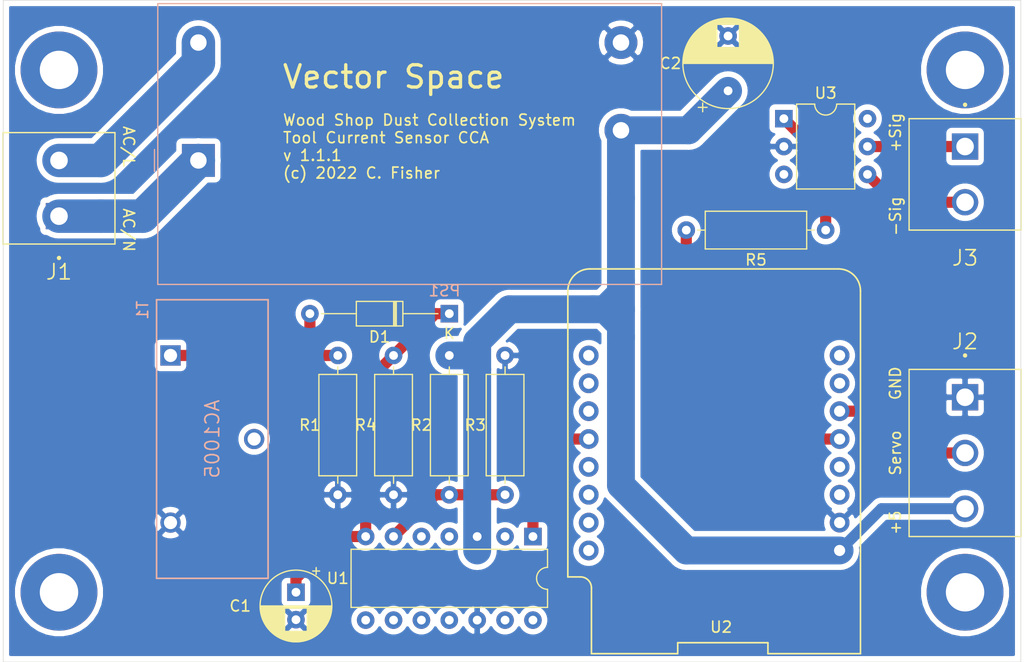
<source format=kicad_pcb>
(kicad_pcb (version 20171130) (host pcbnew "(5.1.10)-1")

  (general
    (thickness 1.6)
    (drawings 17)
    (tracks 55)
    (zones 0)
    (modules 20)
    (nets 28)
  )

  (page A4)
  (layers
    (0 F.Cu mixed)
    (31 B.Cu power hide)
    (32 B.Adhes user hide)
    (33 F.Adhes user hide)
    (34 B.Paste user hide)
    (35 F.Paste user hide)
    (36 B.SilkS user)
    (37 F.SilkS user)
    (38 B.Mask user)
    (39 F.Mask user)
    (40 Dwgs.User user hide)
    (41 Cmts.User user hide)
    (42 Eco1.User user hide)
    (43 Eco2.User user hide)
    (44 Edge.Cuts user)
    (45 Margin user)
    (46 B.CrtYd user hide)
    (47 F.CrtYd user hide)
    (48 B.Fab user hide)
    (49 F.Fab user hide)
  )

  (setup
    (last_trace_width 0.25)
    (trace_clearance 0.2)
    (zone_clearance 0.508)
    (zone_45_only no)
    (trace_min 0.2)
    (via_size 0.8)
    (via_drill 0.4)
    (via_min_size 0.4)
    (via_min_drill 0.3)
    (uvia_size 0.3)
    (uvia_drill 0.1)
    (uvias_allowed no)
    (uvia_min_size 0.2)
    (uvia_min_drill 0.1)
    (edge_width 0.05)
    (segment_width 0.2)
    (pcb_text_width 0.3)
    (pcb_text_size 1.5 1.5)
    (mod_edge_width 0.12)
    (mod_text_size 1 1)
    (mod_text_width 0.15)
    (pad_size 1.86 1.86)
    (pad_drill 1.24)
    (pad_to_mask_clearance 0)
    (aux_axis_origin 0 0)
    (visible_elements 7FFFFFFF)
    (pcbplotparams
      (layerselection 0x010fc_ffffffff)
      (usegerberextensions false)
      (usegerberattributes true)
      (usegerberadvancedattributes true)
      (creategerberjobfile true)
      (excludeedgelayer true)
      (linewidth 0.100000)
      (plotframeref false)
      (viasonmask false)
      (mode 1)
      (useauxorigin false)
      (hpglpennumber 1)
      (hpglpenspeed 20)
      (hpglpendiameter 15.000000)
      (psnegative false)
      (psa4output false)
      (plotreference true)
      (plotvalue true)
      (plotinvisibletext false)
      (padsonsilk false)
      (subtractmaskfromsilk false)
      (outputformat 1)
      (mirror false)
      (drillshape 0)
      (scaleselection 1)
      (outputdirectory "Gerbers/"))
  )

  (net 0 "")
  (net 1 "Net-(C1-Pad1)")
  (net 2 GND)
  (net 3 "Net-(D1-Pad2)")
  (net 4 "Net-(J1-Pad2)")
  (net 5 "Net-(J1-Pad1)")
  (net 6 +5V)
  (net 7 "Net-(J2-Pad2)")
  (net 8 "Net-(J3-Pad1)")
  (net 9 "Net-(J3-Pad2)")
  (net 10 "Net-(R2-Pad2)")
  (net 11 "Net-(R5-Pad1)")
  (net 12 "Net-(R5-Pad2)")
  (net 13 "Net-(T1-Pad3)")
  (net 14 "Net-(U2-Pad1)")
  (net 15 "Net-(U3-Pad6)")
  (net 16 "Net-(U3-Pad3)")
  (net 17 "Net-(U1-Pad1)")
  (net 18 "Net-(U2-Pad8)")
  (net 19 "Net-(U2-Pad7)")
  (net 20 "Net-(U2-Pad6)")
  (net 21 "Net-(U2-Pad11)")
  (net 22 "Net-(U2-Pad5)")
  (net 23 "Net-(U2-Pad12)")
  (net 24 "Net-(U2-Pad3)")
  (net 25 "Net-(U2-Pad2)")
  (net 26 "Net-(U2-Pad15)")
  (net 27 "Net-(U2-Pad16)")

  (net_class Default "This is the default net class."
    (clearance 0.2)
    (trace_width 0.25)
    (via_dia 0.8)
    (via_drill 0.4)
    (uvia_dia 0.3)
    (uvia_drill 0.1)
    (add_net "Net-(C1-Pad1)")
    (add_net "Net-(D1-Pad2)")
    (add_net "Net-(J1-Pad1)")
    (add_net "Net-(J1-Pad2)")
    (add_net "Net-(J2-Pad2)")
    (add_net "Net-(J3-Pad1)")
    (add_net "Net-(J3-Pad2)")
    (add_net "Net-(R2-Pad2)")
    (add_net "Net-(R5-Pad1)")
    (add_net "Net-(R5-Pad2)")
    (add_net "Net-(T1-Pad3)")
    (add_net "Net-(U1-Pad1)")
    (add_net "Net-(U2-Pad1)")
    (add_net "Net-(U2-Pad11)")
    (add_net "Net-(U2-Pad12)")
    (add_net "Net-(U2-Pad15)")
    (add_net "Net-(U2-Pad16)")
    (add_net "Net-(U2-Pad2)")
    (add_net "Net-(U2-Pad3)")
    (add_net "Net-(U2-Pad5)")
    (add_net "Net-(U2-Pad6)")
    (add_net "Net-(U2-Pad7)")
    (add_net "Net-(U2-Pad8)")
    (add_net "Net-(U3-Pad3)")
    (add_net "Net-(U3-Pad6)")
  )

  (net_class Power ""
    (clearance 0.2)
    (trace_width 1)
    (via_dia 0.8)
    (via_drill 0.4)
    (uvia_dia 0.3)
    (uvia_drill 0.1)
    (add_net +5V)
    (add_net GND)
  )

  (module Sensor_Current:Talema_Group_LLC-AC1005-0-0-MFG (layer B.Cu) (tedit 61F5D246) (tstamp 61F6221C)
    (at 105.41 118.11 270)
    (path /6199E8D0)
    (fp_text reference T1 (at -12.7 6.35 90) (layer B.SilkS)
      (effects (font (size 1 1) (thickness 0.15)) (justify left mirror))
    )
    (fp_text value AC1005 (at 0 0 90) (layer B.SilkS)
      (effects (font (size 1.27 1.27) (thickness 0.15)) (justify mirror))
    )
    (fp_line (start -12.7 -5.08) (end -12.7 5.08) (layer B.SilkS) (width 0.15))
    (fp_line (start -12.7 -5.08) (end 12.7 -5.08) (layer B.SilkS) (width 0.15))
    (fp_line (start 12.7 -5.08) (end 12.7 5.08) (layer B.SilkS) (width 0.15))
    (fp_line (start -12.7 5.08) (end 12.7 5.08) (layer B.SilkS) (width 0.15))
    (fp_line (start 12.7 -5.08) (end 12.7 5.08) (layer B.CrtYd) (width 0.15))
    (fp_line (start -12.7 -5.08) (end 12.7 -5.08) (layer B.CrtYd) (width 0.15))
    (fp_line (start -12.7 5.08) (end -12.7 -5.08) (layer B.CrtYd) (width 0.15))
    (fp_line (start 12.7 5.08) (end -12.7 5.08) (layer B.CrtYd) (width 0.15))
    (fp_line (start 17.6 7.3) (end 17.6 7.3) (layer B.CrtYd) (width 0.15))
    (fp_line (start 12.7 -5.08) (end -12.7 -5.08) (layer B.Fab) (width 0.15))
    (fp_line (start 12.7 5.08) (end 12.7 -5.08) (layer B.Fab) (width 0.15))
    (fp_line (start -12.7 5.08) (end 12.7 5.08) (layer B.Fab) (width 0.15))
    (fp_line (start -12.7 -5.08) (end -12.7 5.08) (layer B.Fab) (width 0.15))
    (pad 3 thru_hole circle (at 0 -3.81 270) (size 1.85 1.85) (drill 1.2) (layers *.Cu *.Mask)
      (net 13 "Net-(T1-Pad3)"))
    (pad 2 thru_hole circle (at 7.62 3.81 270) (size 1.85 1.85) (drill 1.2) (layers *.Cu *.Mask)
      (net 2 GND))
    (pad 1 thru_hole rect (at -7.62 3.81 270) (size 1.85 1.85) (drill 1.2) (layers *.Cu *.Mask)
      (net 3 "Net-(D1-Pad2)"))
    (model eec.models/Talema_Group_LLC_-_AC1040.step
      (at (xyz 0 0 0))
      (scale (xyz 1 1 1))
      (rotate (xyz 0 0 0))
    )
  )

  (module My_Parts:CUI_TB004-508-02BE (layer F.Cu) (tedit 61F5C6C6) (tstamp 619B82CA)
    (at 91.44 97.79 90)
    (path /61A18CF2)
    (fp_text reference J1 (at -5.08 0 180) (layer F.SilkS)
      (effects (font (size 1.4 1.4) (thickness 0.15)))
    )
    (fp_text value TB004-508-02BE (at 12.462 6.461 90) (layer F.Fab)
      (effects (font (size 1.4 1.4) (thickness 0.15)))
    )
    (fp_circle (center -3.81 0) (end -3.71 0) (layer F.Fab) (width 0.2))
    (fp_circle (center -3.81 0) (end -3.71 0) (layer F.SilkS) (width 0.2))
    (fp_line (start 7.87 -5.35) (end 7.87 5.35) (layer F.CrtYd) (width 0.05))
    (fp_line (start -2.79 5.35) (end -2.79 -5.35) (layer F.CrtYd) (width 0.05))
    (fp_line (start 7.87 5.35) (end -2.79 5.35) (layer F.CrtYd) (width 0.05))
    (fp_line (start -2.79 -5.35) (end 7.87 -5.35) (layer F.CrtYd) (width 0.05))
    (fp_line (start 7.62 5.1) (end -2.54 5.1) (layer F.SilkS) (width 0.127))
    (fp_line (start -2.54 -5.1) (end 7.62 -5.1) (layer F.SilkS) (width 0.127))
    (fp_line (start 7.62 -5.1) (end 7.62 5.1) (layer F.SilkS) (width 0.127))
    (fp_line (start -2.54 5.1) (end -2.54 -5.1) (layer F.SilkS) (width 0.127))
    (fp_line (start 7.62 5.1) (end -2.54 5.1) (layer F.Fab) (width 0.127))
    (fp_line (start 7.62 -5.1) (end 7.62 5.1) (layer F.Fab) (width 0.127))
    (fp_line (start -2.54 -5.1) (end 7.62 -5.1) (layer F.Fab) (width 0.127))
    (fp_line (start -2.54 5.1) (end -2.54 -5.1) (layer F.Fab) (width 0.127))
    (pad 2 thru_hole circle (at 5.08 0 90) (size 2.4 2.4) (drill 1.6) (layers *.Cu *.Mask)
      (net 4 "Net-(J1-Pad2)"))
    (pad 1 thru_hole rect (at 0 0 90) (size 2.4 2.4) (drill 1.6) (layers *.Cu *.Mask)
      (net 5 "Net-(J1-Pad1)"))
  )

  (module My_Parts:CUI_TB004-508-03BE (layer F.Cu) (tedit 61F5C6AA) (tstamp 619B82DF)
    (at 173.99 114.3 270)
    (path /61A194C0)
    (fp_text reference J2 (at -5.08 0) (layer F.SilkS)
      (effects (font (size 1.4 1.4) (thickness 0.15)))
    )
    (fp_text value TB004-508-03BE (at 12.462 6.461 270) (layer F.Fab)
      (effects (font (size 1.4 1.4) (thickness 0.15)))
    )
    (fp_line (start -2.54 5.1) (end -2.54 -5.1) (layer F.Fab) (width 0.127))
    (fp_line (start -2.54 -5.1) (end 12.7 -5.1) (layer F.Fab) (width 0.127))
    (fp_line (start 12.7 -5.1) (end 12.7 5.1) (layer F.Fab) (width 0.127))
    (fp_line (start 12.7 5.1) (end -2.54 5.1) (layer F.Fab) (width 0.127))
    (fp_line (start -2.54 5.1) (end -2.54 -5.1) (layer F.SilkS) (width 0.127))
    (fp_line (start 12.7 -5.1) (end 12.7 5.1) (layer F.SilkS) (width 0.127))
    (fp_line (start -2.54 -5.1) (end 12.7 -5.1) (layer F.SilkS) (width 0.127))
    (fp_line (start 12.7 5.1) (end -2.54 5.1) (layer F.SilkS) (width 0.127))
    (fp_line (start -2.79 -5.35) (end 12.95 -5.35) (layer F.CrtYd) (width 0.05))
    (fp_line (start 12.95 5.35) (end -2.79 5.35) (layer F.CrtYd) (width 0.05))
    (fp_line (start -2.79 5.35) (end -2.79 -5.35) (layer F.CrtYd) (width 0.05))
    (fp_line (start 12.95 -5.35) (end 12.95 5.35) (layer F.CrtYd) (width 0.05))
    (fp_circle (center -3.81 0) (end -3.71 0) (layer F.SilkS) (width 0.2))
    (fp_circle (center -3.81 0) (end -3.71 0) (layer F.Fab) (width 0.2))
    (pad 1 thru_hole rect (at 0 0 270) (size 2.4 2.4) (drill 1.6) (layers *.Cu *.Mask)
      (net 2 GND))
    (pad 2 thru_hole circle (at 5.08 0 270) (size 2.4 2.4) (drill 1.6) (layers *.Cu *.Mask)
      (net 7 "Net-(J2-Pad2)"))
    (pad 3 thru_hole circle (at 10.16 0 270) (size 2.4 2.4) (drill 1.6) (layers *.Cu *.Mask)
      (net 6 +5V))
  )

  (module My_Parts:CUI_TB004-508-02BE (layer F.Cu) (tedit 61F5C686) (tstamp 619B82F3)
    (at 173.99 91.44 270)
    (path /61A18017)
    (fp_text reference J3 (at 10.16 0) (layer F.SilkS)
      (effects (font (size 1.4 1.4) (thickness 0.15)))
    )
    (fp_text value TB004-508-02BE (at 12.462 6.461 270) (layer F.Fab)
      (effects (font (size 1.4 1.4) (thickness 0.15)))
    )
    (fp_line (start -2.54 5.1) (end -2.54 -5.1) (layer F.Fab) (width 0.127))
    (fp_line (start -2.54 -5.1) (end 7.62 -5.1) (layer F.Fab) (width 0.127))
    (fp_line (start 7.62 -5.1) (end 7.62 5.1) (layer F.Fab) (width 0.127))
    (fp_line (start 7.62 5.1) (end -2.54 5.1) (layer F.Fab) (width 0.127))
    (fp_line (start -2.54 5.1) (end -2.54 -5.1) (layer F.SilkS) (width 0.127))
    (fp_line (start 7.62 -5.1) (end 7.62 5.1) (layer F.SilkS) (width 0.127))
    (fp_line (start -2.54 -5.1) (end 7.62 -5.1) (layer F.SilkS) (width 0.127))
    (fp_line (start 7.62 5.1) (end -2.54 5.1) (layer F.SilkS) (width 0.127))
    (fp_line (start -2.79 -5.35) (end 7.87 -5.35) (layer F.CrtYd) (width 0.05))
    (fp_line (start 7.87 5.35) (end -2.79 5.35) (layer F.CrtYd) (width 0.05))
    (fp_line (start -2.79 5.35) (end -2.79 -5.35) (layer F.CrtYd) (width 0.05))
    (fp_line (start 7.87 -5.35) (end 7.87 5.35) (layer F.CrtYd) (width 0.05))
    (fp_circle (center -3.81 0) (end -3.71 0) (layer F.SilkS) (width 0.2))
    (fp_circle (center -3.81 0) (end -3.71 0) (layer F.Fab) (width 0.2))
    (pad 1 thru_hole rect (at 0 0 270) (size 2.4 2.4) (drill 1.6) (layers *.Cu *.Mask)
      (net 8 "Net-(J3-Pad1)"))
    (pad 2 thru_hole circle (at 5.08 0 270) (size 2.4 2.4) (drill 1.6) (layers *.Cu *.Mask)
      (net 9 "Net-(J3-Pad2)"))
  )

  (module Converter_ACDC:Converter_ACDC_MeanWell_IRM-05-xx_THT (layer B.Cu) (tedit 5AEF7D42) (tstamp 61DA5F6A)
    (at 104.14 92.71)
    (descr http://www.meanwell.com/webapp/product/search.aspx?prod=IRM-05)
    (tags "ACDC-Converter 5W   Meanwell IRM-05")
    (path /61DA5B33)
    (fp_text reference PS1 (at 22.42 11.88) (layer B.SilkS)
      (effects (font (size 1 1) (thickness 0.15)) (justify mirror))
    )
    (fp_text value IRM-05-5 (at 21.7 -15.6) (layer B.Fab)
      (effects (font (size 1 1) (thickness 0.15)) (justify mirror))
    )
    (fp_line (start -2.6 0) (end -3.6 -1) (layer B.Fab) (width 0.1))
    (fp_line (start -2.6 0) (end -3.6 1) (layer B.Fab) (width 0.1))
    (fp_line (start 42.35 11.45) (end 42.35 -14.45) (layer B.CrtYd) (width 0.05))
    (fp_line (start -3.85 11.45) (end 42.35 11.45) (layer B.CrtYd) (width 0.05))
    (fp_line (start -3.85 -14.45) (end 42.35 -14.45) (layer B.CrtYd) (width 0.05))
    (fp_line (start 42.1 11.2) (end 42.1 -14.2) (layer B.Fab) (width 0.1))
    (fp_line (start -3.7 11.3) (end -3.7 -14.3) (layer B.SilkS) (width 0.12))
    (fp_line (start -3.7 -14.3) (end 42.2 -14.3) (layer B.SilkS) (width 0.12))
    (fp_line (start -3.6 11.2) (end -3.6 -14.2) (layer B.Fab) (width 0.1))
    (fp_line (start -3.85 11.45) (end -3.85 -14.45) (layer B.CrtYd) (width 0.05))
    (fp_line (start 42.1 11.2) (end -3.6 11.2) (layer B.Fab) (width 0.1))
    (fp_line (start -3.6 -14.2) (end 42.1 -14.2) (layer B.Fab) (width 0.1))
    (fp_line (start -3.7 11.3) (end 42.2 11.3) (layer B.SilkS) (width 0.12))
    (fp_line (start 42.2 11.3) (end 42.2 -14.3) (layer B.SilkS) (width 0.12))
    (fp_line (start -4 1) (end -4 -1) (layer B.SilkS) (width 0.12))
    (fp_text user %R (at 22.42 -0.48) (layer B.Fab)
      (effects (font (size 1 1) (thickness 0.15)) (justify mirror))
    )
    (pad 1 thru_hole rect (at 0 0) (size 3 3) (drill 1.5) (layers *.Cu *.Mask)
      (net 5 "Net-(J1-Pad1)"))
    (pad 4 thru_hole circle (at 38.5 -2.75) (size 3 3) (drill 1.5) (layers *.Cu *.Mask)
      (net 6 +5V))
    (pad 2 thru_hole circle (at 0 -10.75) (size 3 3) (drill 1.5) (layers *.Cu *.Mask)
      (net 4 "Net-(J1-Pad2)"))
    (pad 3 thru_hole circle (at 38.5 -10.75) (size 3 3) (drill 1.5) (layers *.Cu *.Mask)
      (net 2 GND))
    (model ${KISYS3DMOD}/Converter_ACDC.3dshapes/Converter_ACDC_MeanWell_IRM-05-xx_THT.wrl
      (at (xyz 0 0 0))
      (scale (xyz 1 1 1))
      (rotate (xyz 0 0 0))
    )
  )

  (module Package_DIP:DIP-6_W7.62mm (layer F.Cu) (tedit 5A02E8C5) (tstamp 619B83C8)
    (at 157.48 88.9)
    (descr "6-lead though-hole mounted DIP package, row spacing 7.62 mm (300 mils)")
    (tags "THT DIP DIL PDIP 2.54mm 7.62mm 300mil")
    (path /61A05F2B)
    (fp_text reference U3 (at 3.81 -2.33) (layer F.SilkS)
      (effects (font (size 1 1) (thickness 0.15)))
    )
    (fp_text value 4N25 (at 3.81 7.41) (layer F.Fab)
      (effects (font (size 1 1) (thickness 0.15)))
    )
    (fp_line (start 1.635 -1.27) (end 6.985 -1.27) (layer F.Fab) (width 0.1))
    (fp_line (start 6.985 -1.27) (end 6.985 6.35) (layer F.Fab) (width 0.1))
    (fp_line (start 6.985 6.35) (end 0.635 6.35) (layer F.Fab) (width 0.1))
    (fp_line (start 0.635 6.35) (end 0.635 -0.27) (layer F.Fab) (width 0.1))
    (fp_line (start 0.635 -0.27) (end 1.635 -1.27) (layer F.Fab) (width 0.1))
    (fp_line (start 2.81 -1.33) (end 1.16 -1.33) (layer F.SilkS) (width 0.12))
    (fp_line (start 1.16 -1.33) (end 1.16 6.41) (layer F.SilkS) (width 0.12))
    (fp_line (start 1.16 6.41) (end 6.46 6.41) (layer F.SilkS) (width 0.12))
    (fp_line (start 6.46 6.41) (end 6.46 -1.33) (layer F.SilkS) (width 0.12))
    (fp_line (start 6.46 -1.33) (end 4.81 -1.33) (layer F.SilkS) (width 0.12))
    (fp_line (start -1.1 -1.55) (end -1.1 6.6) (layer F.CrtYd) (width 0.05))
    (fp_line (start -1.1 6.6) (end 8.7 6.6) (layer F.CrtYd) (width 0.05))
    (fp_line (start 8.7 6.6) (end 8.7 -1.55) (layer F.CrtYd) (width 0.05))
    (fp_line (start 8.7 -1.55) (end -1.1 -1.55) (layer F.CrtYd) (width 0.05))
    (fp_arc (start 3.81 -1.33) (end 2.81 -1.33) (angle -180) (layer F.SilkS) (width 0.12))
    (fp_text user %R (at 3.81 2.54) (layer F.Fab)
      (effects (font (size 1 1) (thickness 0.15)))
    )
    (pad 1 thru_hole rect (at 0 0) (size 1.6 1.6) (drill 0.8) (layers *.Cu *.Mask)
      (net 11 "Net-(R5-Pad1)"))
    (pad 4 thru_hole oval (at 7.62 5.08) (size 1.6 1.6) (drill 0.8) (layers *.Cu *.Mask)
      (net 9 "Net-(J3-Pad2)"))
    (pad 2 thru_hole oval (at 0 2.54) (size 1.6 1.6) (drill 0.8) (layers *.Cu *.Mask)
      (net 2 GND))
    (pad 5 thru_hole oval (at 7.62 2.54) (size 1.6 1.6) (drill 0.8) (layers *.Cu *.Mask)
      (net 8 "Net-(J3-Pad1)"))
    (pad 3 thru_hole oval (at 0 5.08) (size 1.6 1.6) (drill 0.8) (layers *.Cu *.Mask)
      (net 16 "Net-(U3-Pad3)"))
    (pad 6 thru_hole oval (at 7.62 0) (size 1.6 1.6) (drill 0.8) (layers *.Cu *.Mask)
      (net 15 "Net-(U3-Pad6)"))
    (model ${KISYS3DMOD}/Package_DIP.3dshapes/DIP-6_W7.62mm.wrl
      (at (xyz 0 0 0))
      (scale (xyz 1 1 1))
      (rotate (xyz 0 0 0))
    )
  )

  (module Capacitor_THT:CP_Radial_D8.0mm_P5.00mm (layer F.Cu) (tedit 5AE50EF0) (tstamp 61B6F297)
    (at 152.4 86.36 90)
    (descr "CP, Radial series, Radial, pin pitch=5.00mm, , diameter=8mm, Electrolytic Capacitor")
    (tags "CP Radial series Radial pin pitch 5.00mm  diameter 8mm Electrolytic Capacitor")
    (path /61B6676E)
    (fp_text reference C2 (at 2.5 -5.25) (layer F.SilkS)
      (effects (font (size 1 1) (thickness 0.15)))
    )
    (fp_text value "100 uF" (at 2.5 5.25 90) (layer F.Fab)
      (effects (font (size 1 1) (thickness 0.15)))
    )
    (fp_circle (center 2.5 0) (end 6.5 0) (layer F.Fab) (width 0.1))
    (fp_circle (center 2.5 0) (end 6.62 0) (layer F.SilkS) (width 0.12))
    (fp_circle (center 2.5 0) (end 6.75 0) (layer F.CrtYd) (width 0.05))
    (fp_line (start -0.926759 -1.7475) (end -0.126759 -1.7475) (layer F.Fab) (width 0.1))
    (fp_line (start -0.526759 -2.1475) (end -0.526759 -1.3475) (layer F.Fab) (width 0.1))
    (fp_line (start 2.5 -4.08) (end 2.5 4.08) (layer F.SilkS) (width 0.12))
    (fp_line (start 2.54 -4.08) (end 2.54 4.08) (layer F.SilkS) (width 0.12))
    (fp_line (start 2.58 -4.08) (end 2.58 4.08) (layer F.SilkS) (width 0.12))
    (fp_line (start 2.62 -4.079) (end 2.62 4.079) (layer F.SilkS) (width 0.12))
    (fp_line (start 2.66 -4.077) (end 2.66 4.077) (layer F.SilkS) (width 0.12))
    (fp_line (start 2.7 -4.076) (end 2.7 4.076) (layer F.SilkS) (width 0.12))
    (fp_line (start 2.74 -4.074) (end 2.74 4.074) (layer F.SilkS) (width 0.12))
    (fp_line (start 2.78 -4.071) (end 2.78 4.071) (layer F.SilkS) (width 0.12))
    (fp_line (start 2.82 -4.068) (end 2.82 4.068) (layer F.SilkS) (width 0.12))
    (fp_line (start 2.86 -4.065) (end 2.86 4.065) (layer F.SilkS) (width 0.12))
    (fp_line (start 2.9 -4.061) (end 2.9 4.061) (layer F.SilkS) (width 0.12))
    (fp_line (start 2.94 -4.057) (end 2.94 4.057) (layer F.SilkS) (width 0.12))
    (fp_line (start 2.98 -4.052) (end 2.98 4.052) (layer F.SilkS) (width 0.12))
    (fp_line (start 3.02 -4.048) (end 3.02 4.048) (layer F.SilkS) (width 0.12))
    (fp_line (start 3.06 -4.042) (end 3.06 4.042) (layer F.SilkS) (width 0.12))
    (fp_line (start 3.1 -4.037) (end 3.1 4.037) (layer F.SilkS) (width 0.12))
    (fp_line (start 3.14 -4.03) (end 3.14 4.03) (layer F.SilkS) (width 0.12))
    (fp_line (start 3.18 -4.024) (end 3.18 4.024) (layer F.SilkS) (width 0.12))
    (fp_line (start 3.221 -4.017) (end 3.221 4.017) (layer F.SilkS) (width 0.12))
    (fp_line (start 3.261 -4.01) (end 3.261 4.01) (layer F.SilkS) (width 0.12))
    (fp_line (start 3.301 -4.002) (end 3.301 4.002) (layer F.SilkS) (width 0.12))
    (fp_line (start 3.341 -3.994) (end 3.341 3.994) (layer F.SilkS) (width 0.12))
    (fp_line (start 3.381 -3.985) (end 3.381 3.985) (layer F.SilkS) (width 0.12))
    (fp_line (start 3.421 -3.976) (end 3.421 3.976) (layer F.SilkS) (width 0.12))
    (fp_line (start 3.461 -3.967) (end 3.461 3.967) (layer F.SilkS) (width 0.12))
    (fp_line (start 3.501 -3.957) (end 3.501 3.957) (layer F.SilkS) (width 0.12))
    (fp_line (start 3.541 -3.947) (end 3.541 3.947) (layer F.SilkS) (width 0.12))
    (fp_line (start 3.581 -3.936) (end 3.581 3.936) (layer F.SilkS) (width 0.12))
    (fp_line (start 3.621 -3.925) (end 3.621 3.925) (layer F.SilkS) (width 0.12))
    (fp_line (start 3.661 -3.914) (end 3.661 3.914) (layer F.SilkS) (width 0.12))
    (fp_line (start 3.701 -3.902) (end 3.701 3.902) (layer F.SilkS) (width 0.12))
    (fp_line (start 3.741 -3.889) (end 3.741 3.889) (layer F.SilkS) (width 0.12))
    (fp_line (start 3.781 -3.877) (end 3.781 3.877) (layer F.SilkS) (width 0.12))
    (fp_line (start 3.821 -3.863) (end 3.821 3.863) (layer F.SilkS) (width 0.12))
    (fp_line (start 3.861 -3.85) (end 3.861 3.85) (layer F.SilkS) (width 0.12))
    (fp_line (start 3.901 -3.835) (end 3.901 3.835) (layer F.SilkS) (width 0.12))
    (fp_line (start 3.941 -3.821) (end 3.941 3.821) (layer F.SilkS) (width 0.12))
    (fp_line (start 3.981 -3.805) (end 3.981 -1.04) (layer F.SilkS) (width 0.12))
    (fp_line (start 3.981 1.04) (end 3.981 3.805) (layer F.SilkS) (width 0.12))
    (fp_line (start 4.021 -3.79) (end 4.021 -1.04) (layer F.SilkS) (width 0.12))
    (fp_line (start 4.021 1.04) (end 4.021 3.79) (layer F.SilkS) (width 0.12))
    (fp_line (start 4.061 -3.774) (end 4.061 -1.04) (layer F.SilkS) (width 0.12))
    (fp_line (start 4.061 1.04) (end 4.061 3.774) (layer F.SilkS) (width 0.12))
    (fp_line (start 4.101 -3.757) (end 4.101 -1.04) (layer F.SilkS) (width 0.12))
    (fp_line (start 4.101 1.04) (end 4.101 3.757) (layer F.SilkS) (width 0.12))
    (fp_line (start 4.141 -3.74) (end 4.141 -1.04) (layer F.SilkS) (width 0.12))
    (fp_line (start 4.141 1.04) (end 4.141 3.74) (layer F.SilkS) (width 0.12))
    (fp_line (start 4.181 -3.722) (end 4.181 -1.04) (layer F.SilkS) (width 0.12))
    (fp_line (start 4.181 1.04) (end 4.181 3.722) (layer F.SilkS) (width 0.12))
    (fp_line (start 4.221 -3.704) (end 4.221 -1.04) (layer F.SilkS) (width 0.12))
    (fp_line (start 4.221 1.04) (end 4.221 3.704) (layer F.SilkS) (width 0.12))
    (fp_line (start 4.261 -3.686) (end 4.261 -1.04) (layer F.SilkS) (width 0.12))
    (fp_line (start 4.261 1.04) (end 4.261 3.686) (layer F.SilkS) (width 0.12))
    (fp_line (start 4.301 -3.666) (end 4.301 -1.04) (layer F.SilkS) (width 0.12))
    (fp_line (start 4.301 1.04) (end 4.301 3.666) (layer F.SilkS) (width 0.12))
    (fp_line (start 4.341 -3.647) (end 4.341 -1.04) (layer F.SilkS) (width 0.12))
    (fp_line (start 4.341 1.04) (end 4.341 3.647) (layer F.SilkS) (width 0.12))
    (fp_line (start 4.381 -3.627) (end 4.381 -1.04) (layer F.SilkS) (width 0.12))
    (fp_line (start 4.381 1.04) (end 4.381 3.627) (layer F.SilkS) (width 0.12))
    (fp_line (start 4.421 -3.606) (end 4.421 -1.04) (layer F.SilkS) (width 0.12))
    (fp_line (start 4.421 1.04) (end 4.421 3.606) (layer F.SilkS) (width 0.12))
    (fp_line (start 4.461 -3.584) (end 4.461 -1.04) (layer F.SilkS) (width 0.12))
    (fp_line (start 4.461 1.04) (end 4.461 3.584) (layer F.SilkS) (width 0.12))
    (fp_line (start 4.501 -3.562) (end 4.501 -1.04) (layer F.SilkS) (width 0.12))
    (fp_line (start 4.501 1.04) (end 4.501 3.562) (layer F.SilkS) (width 0.12))
    (fp_line (start 4.541 -3.54) (end 4.541 -1.04) (layer F.SilkS) (width 0.12))
    (fp_line (start 4.541 1.04) (end 4.541 3.54) (layer F.SilkS) (width 0.12))
    (fp_line (start 4.581 -3.517) (end 4.581 -1.04) (layer F.SilkS) (width 0.12))
    (fp_line (start 4.581 1.04) (end 4.581 3.517) (layer F.SilkS) (width 0.12))
    (fp_line (start 4.621 -3.493) (end 4.621 -1.04) (layer F.SilkS) (width 0.12))
    (fp_line (start 4.621 1.04) (end 4.621 3.493) (layer F.SilkS) (width 0.12))
    (fp_line (start 4.661 -3.469) (end 4.661 -1.04) (layer F.SilkS) (width 0.12))
    (fp_line (start 4.661 1.04) (end 4.661 3.469) (layer F.SilkS) (width 0.12))
    (fp_line (start 4.701 -3.444) (end 4.701 -1.04) (layer F.SilkS) (width 0.12))
    (fp_line (start 4.701 1.04) (end 4.701 3.444) (layer F.SilkS) (width 0.12))
    (fp_line (start 4.741 -3.418) (end 4.741 -1.04) (layer F.SilkS) (width 0.12))
    (fp_line (start 4.741 1.04) (end 4.741 3.418) (layer F.SilkS) (width 0.12))
    (fp_line (start 4.781 -3.392) (end 4.781 -1.04) (layer F.SilkS) (width 0.12))
    (fp_line (start 4.781 1.04) (end 4.781 3.392) (layer F.SilkS) (width 0.12))
    (fp_line (start 4.821 -3.365) (end 4.821 -1.04) (layer F.SilkS) (width 0.12))
    (fp_line (start 4.821 1.04) (end 4.821 3.365) (layer F.SilkS) (width 0.12))
    (fp_line (start 4.861 -3.338) (end 4.861 -1.04) (layer F.SilkS) (width 0.12))
    (fp_line (start 4.861 1.04) (end 4.861 3.338) (layer F.SilkS) (width 0.12))
    (fp_line (start 4.901 -3.309) (end 4.901 -1.04) (layer F.SilkS) (width 0.12))
    (fp_line (start 4.901 1.04) (end 4.901 3.309) (layer F.SilkS) (width 0.12))
    (fp_line (start 4.941 -3.28) (end 4.941 -1.04) (layer F.SilkS) (width 0.12))
    (fp_line (start 4.941 1.04) (end 4.941 3.28) (layer F.SilkS) (width 0.12))
    (fp_line (start 4.981 -3.25) (end 4.981 -1.04) (layer F.SilkS) (width 0.12))
    (fp_line (start 4.981 1.04) (end 4.981 3.25) (layer F.SilkS) (width 0.12))
    (fp_line (start 5.021 -3.22) (end 5.021 -1.04) (layer F.SilkS) (width 0.12))
    (fp_line (start 5.021 1.04) (end 5.021 3.22) (layer F.SilkS) (width 0.12))
    (fp_line (start 5.061 -3.189) (end 5.061 -1.04) (layer F.SilkS) (width 0.12))
    (fp_line (start 5.061 1.04) (end 5.061 3.189) (layer F.SilkS) (width 0.12))
    (fp_line (start 5.101 -3.156) (end 5.101 -1.04) (layer F.SilkS) (width 0.12))
    (fp_line (start 5.101 1.04) (end 5.101 3.156) (layer F.SilkS) (width 0.12))
    (fp_line (start 5.141 -3.124) (end 5.141 -1.04) (layer F.SilkS) (width 0.12))
    (fp_line (start 5.141 1.04) (end 5.141 3.124) (layer F.SilkS) (width 0.12))
    (fp_line (start 5.181 -3.09) (end 5.181 -1.04) (layer F.SilkS) (width 0.12))
    (fp_line (start 5.181 1.04) (end 5.181 3.09) (layer F.SilkS) (width 0.12))
    (fp_line (start 5.221 -3.055) (end 5.221 -1.04) (layer F.SilkS) (width 0.12))
    (fp_line (start 5.221 1.04) (end 5.221 3.055) (layer F.SilkS) (width 0.12))
    (fp_line (start 5.261 -3.019) (end 5.261 -1.04) (layer F.SilkS) (width 0.12))
    (fp_line (start 5.261 1.04) (end 5.261 3.019) (layer F.SilkS) (width 0.12))
    (fp_line (start 5.301 -2.983) (end 5.301 -1.04) (layer F.SilkS) (width 0.12))
    (fp_line (start 5.301 1.04) (end 5.301 2.983) (layer F.SilkS) (width 0.12))
    (fp_line (start 5.341 -2.945) (end 5.341 -1.04) (layer F.SilkS) (width 0.12))
    (fp_line (start 5.341 1.04) (end 5.341 2.945) (layer F.SilkS) (width 0.12))
    (fp_line (start 5.381 -2.907) (end 5.381 -1.04) (layer F.SilkS) (width 0.12))
    (fp_line (start 5.381 1.04) (end 5.381 2.907) (layer F.SilkS) (width 0.12))
    (fp_line (start 5.421 -2.867) (end 5.421 -1.04) (layer F.SilkS) (width 0.12))
    (fp_line (start 5.421 1.04) (end 5.421 2.867) (layer F.SilkS) (width 0.12))
    (fp_line (start 5.461 -2.826) (end 5.461 -1.04) (layer F.SilkS) (width 0.12))
    (fp_line (start 5.461 1.04) (end 5.461 2.826) (layer F.SilkS) (width 0.12))
    (fp_line (start 5.501 -2.784) (end 5.501 -1.04) (layer F.SilkS) (width 0.12))
    (fp_line (start 5.501 1.04) (end 5.501 2.784) (layer F.SilkS) (width 0.12))
    (fp_line (start 5.541 -2.741) (end 5.541 -1.04) (layer F.SilkS) (width 0.12))
    (fp_line (start 5.541 1.04) (end 5.541 2.741) (layer F.SilkS) (width 0.12))
    (fp_line (start 5.581 -2.697) (end 5.581 -1.04) (layer F.SilkS) (width 0.12))
    (fp_line (start 5.581 1.04) (end 5.581 2.697) (layer F.SilkS) (width 0.12))
    (fp_line (start 5.621 -2.651) (end 5.621 -1.04) (layer F.SilkS) (width 0.12))
    (fp_line (start 5.621 1.04) (end 5.621 2.651) (layer F.SilkS) (width 0.12))
    (fp_line (start 5.661 -2.604) (end 5.661 -1.04) (layer F.SilkS) (width 0.12))
    (fp_line (start 5.661 1.04) (end 5.661 2.604) (layer F.SilkS) (width 0.12))
    (fp_line (start 5.701 -2.556) (end 5.701 -1.04) (layer F.SilkS) (width 0.12))
    (fp_line (start 5.701 1.04) (end 5.701 2.556) (layer F.SilkS) (width 0.12))
    (fp_line (start 5.741 -2.505) (end 5.741 -1.04) (layer F.SilkS) (width 0.12))
    (fp_line (start 5.741 1.04) (end 5.741 2.505) (layer F.SilkS) (width 0.12))
    (fp_line (start 5.781 -2.454) (end 5.781 -1.04) (layer F.SilkS) (width 0.12))
    (fp_line (start 5.781 1.04) (end 5.781 2.454) (layer F.SilkS) (width 0.12))
    (fp_line (start 5.821 -2.4) (end 5.821 -1.04) (layer F.SilkS) (width 0.12))
    (fp_line (start 5.821 1.04) (end 5.821 2.4) (layer F.SilkS) (width 0.12))
    (fp_line (start 5.861 -2.345) (end 5.861 -1.04) (layer F.SilkS) (width 0.12))
    (fp_line (start 5.861 1.04) (end 5.861 2.345) (layer F.SilkS) (width 0.12))
    (fp_line (start 5.901 -2.287) (end 5.901 -1.04) (layer F.SilkS) (width 0.12))
    (fp_line (start 5.901 1.04) (end 5.901 2.287) (layer F.SilkS) (width 0.12))
    (fp_line (start 5.941 -2.228) (end 5.941 -1.04) (layer F.SilkS) (width 0.12))
    (fp_line (start 5.941 1.04) (end 5.941 2.228) (layer F.SilkS) (width 0.12))
    (fp_line (start 5.981 -2.166) (end 5.981 -1.04) (layer F.SilkS) (width 0.12))
    (fp_line (start 5.981 1.04) (end 5.981 2.166) (layer F.SilkS) (width 0.12))
    (fp_line (start 6.021 -2.102) (end 6.021 -1.04) (layer F.SilkS) (width 0.12))
    (fp_line (start 6.021 1.04) (end 6.021 2.102) (layer F.SilkS) (width 0.12))
    (fp_line (start 6.061 -2.034) (end 6.061 2.034) (layer F.SilkS) (width 0.12))
    (fp_line (start 6.101 -1.964) (end 6.101 1.964) (layer F.SilkS) (width 0.12))
    (fp_line (start 6.141 -1.89) (end 6.141 1.89) (layer F.SilkS) (width 0.12))
    (fp_line (start 6.181 -1.813) (end 6.181 1.813) (layer F.SilkS) (width 0.12))
    (fp_line (start 6.221 -1.731) (end 6.221 1.731) (layer F.SilkS) (width 0.12))
    (fp_line (start 6.261 -1.645) (end 6.261 1.645) (layer F.SilkS) (width 0.12))
    (fp_line (start 6.301 -1.552) (end 6.301 1.552) (layer F.SilkS) (width 0.12))
    (fp_line (start 6.341 -1.453) (end 6.341 1.453) (layer F.SilkS) (width 0.12))
    (fp_line (start 6.381 -1.346) (end 6.381 1.346) (layer F.SilkS) (width 0.12))
    (fp_line (start 6.421 -1.229) (end 6.421 1.229) (layer F.SilkS) (width 0.12))
    (fp_line (start 6.461 -1.098) (end 6.461 1.098) (layer F.SilkS) (width 0.12))
    (fp_line (start 6.501 -0.948) (end 6.501 0.948) (layer F.SilkS) (width 0.12))
    (fp_line (start 6.541 -0.768) (end 6.541 0.768) (layer F.SilkS) (width 0.12))
    (fp_line (start 6.581 -0.533) (end 6.581 0.533) (layer F.SilkS) (width 0.12))
    (fp_line (start -1.909698 -2.315) (end -1.109698 -2.315) (layer F.SilkS) (width 0.12))
    (fp_line (start -1.509698 -2.715) (end -1.509698 -1.915) (layer F.SilkS) (width 0.12))
    (fp_text user %R (at 2.5 0 90) (layer F.Fab)
      (effects (font (size 1 1) (thickness 0.15)))
    )
    (pad 2 thru_hole circle (at 5 0 90) (size 1.6 1.6) (drill 0.8) (layers *.Cu *.Mask)
      (net 2 GND))
    (pad 1 thru_hole rect (at 0 0 90) (size 1.6 1.6) (drill 0.8) (layers *.Cu *.Mask)
      (net 6 +5V))
    (model ${KISYS3DMOD}/Capacitor_THT.3dshapes/CP_Radial_D8.0mm_P5.00mm.wrl
      (at (xyz 0 0 0))
      (scale (xyz 1 1 1))
      (rotate (xyz 0 0 0))
    )
  )

  (module MountingHole:MountingHole_3.5mm_Pad (layer F.Cu) (tedit 56D1B4CB) (tstamp 61A0075A)
    (at 91.44 84.455)
    (descr "Mounting Hole 3.5mm")
    (tags "mounting hole 3.5mm")
    (attr virtual)
    (fp_text reference "" (at 0 -4.5) (layer F.SilkS)
      (effects (font (size 1 1) (thickness 0.15)))
    )
    (fp_text value MountingHole_3.5mm_Pad (at 0 4.5) (layer F.Fab)
      (effects (font (size 1 1) (thickness 0.15)))
    )
    (fp_circle (center 0 0) (end 3.5 0) (layer Cmts.User) (width 0.15))
    (fp_circle (center 0 0) (end 3.75 0) (layer F.CrtYd) (width 0.05))
    (fp_text user %R (at 0.3 0) (layer F.Fab)
      (effects (font (size 1 1) (thickness 0.15)))
    )
    (pad 1 thru_hole circle (at 0 0) (size 7 7) (drill 3.5) (layers *.Cu *.Mask))
  )

  (module MountingHole:MountingHole_3.5mm_Pad (layer F.Cu) (tedit 56D1B4CB) (tstamp 61A0074C)
    (at 91.44 132.08)
    (descr "Mounting Hole 3.5mm")
    (tags "mounting hole 3.5mm")
    (attr virtual)
    (fp_text reference "" (at 0 -4.5) (layer F.SilkS)
      (effects (font (size 1 1) (thickness 0.15)))
    )
    (fp_text value MountingHole_3.5mm_Pad (at 0 4.5) (layer F.Fab)
      (effects (font (size 1 1) (thickness 0.15)))
    )
    (fp_circle (center 0 0) (end 3.75 0) (layer F.CrtYd) (width 0.05))
    (fp_circle (center 0 0) (end 3.5 0) (layer Cmts.User) (width 0.15))
    (fp_text user %R (at 0.3 0) (layer F.Fab)
      (effects (font (size 1 1) (thickness 0.15)))
    )
    (pad 1 thru_hole circle (at 0 0) (size 7 7) (drill 3.5) (layers *.Cu *.Mask))
  )

  (module MountingHole:MountingHole_3.5mm_Pad (layer F.Cu) (tedit 56D1B4CB) (tstamp 61A0073E)
    (at 173.99 132.08)
    (descr "Mounting Hole 3.5mm")
    (tags "mounting hole 3.5mm")
    (attr virtual)
    (fp_text reference "" (at 0 -4.5) (layer F.SilkS)
      (effects (font (size 1 1) (thickness 0.15)))
    )
    (fp_text value MountingHole_3.5mm_Pad (at 0 4.5) (layer F.Fab)
      (effects (font (size 1 1) (thickness 0.15)))
    )
    (fp_circle (center 0 0) (end 3.5 0) (layer Cmts.User) (width 0.15))
    (fp_circle (center 0 0) (end 3.75 0) (layer F.CrtYd) (width 0.05))
    (fp_text user %R (at 0.3 0) (layer F.Fab)
      (effects (font (size 1 1) (thickness 0.15)))
    )
    (pad 1 thru_hole circle (at 0 0) (size 7 7) (drill 3.5) (layers *.Cu *.Mask))
  )

  (module MountingHole:MountingHole_3.5mm_Pad (layer F.Cu) (tedit 56D1B4CB) (tstamp 61A00725)
    (at 173.99 84.455)
    (descr "Mounting Hole 3.5mm")
    (tags "mounting hole 3.5mm")
    (attr virtual)
    (fp_text reference "" (at 0 -4.5) (layer F.SilkS)
      (effects (font (size 1 1) (thickness 0.15)))
    )
    (fp_text value MountingHole_3.5mm_Pad (at 0 4.5) (layer F.Fab)
      (effects (font (size 1 1) (thickness 0.15)))
    )
    (fp_circle (center 0 0) (end 3.75 0) (layer F.CrtYd) (width 0.05))
    (fp_circle (center 0 0) (end 3.5 0) (layer Cmts.User) (width 0.15))
    (fp_text user %R (at 0.3 0) (layer F.Fab)
      (effects (font (size 1 1) (thickness 0.15)))
    )
    (pad 1 thru_hole circle (at 0 0) (size 7 7) (drill 3.5) (layers *.Cu *.Mask))
  )

  (module My_Parts:wemos-d1-mini-connectors-only (layer F.Cu) (tedit 5EC77245) (tstamp 619B83AE)
    (at 151.13 119.38 90)
    (path /619B48D2)
    (fp_text reference U2 (at -15.875 0.635) (layer F.SilkS)
      (effects (font (size 1 1) (thickness 0.15)))
    )
    (fp_text value WeMos_D1_mini (at 0 0 90) (layer F.Fab)
      (effects (font (size 1 1) (thickness 0.15)))
    )
    (fp_line (start -18.3 13.33) (end 14.78 13.33) (layer F.SilkS) (width 0.15))
    (fp_line (start 16.78 11.33) (end 16.78 -11.33) (layer F.SilkS) (width 0.15))
    (fp_line (start 14.78 -13.33) (end -11.3 -13.33) (layer F.SilkS) (width 0.15))
    (fp_line (start -18.3 -11.18) (end -18.3 -3.32) (layer F.SilkS) (width 0.15))
    (fp_line (start -18.3 -3.32) (end -17.3 -3.32) (layer F.SilkS) (width 0.15))
    (fp_line (start -17.3 -3.32) (end -17.3 4.9) (layer F.SilkS) (width 0.15))
    (fp_line (start -17.3 4.9) (end -18.3 4.9) (layer F.SilkS) (width 0.15))
    (fp_line (start -18.3 4.9) (end -18.3 13.329999) (layer F.SilkS) (width 0.15))
    (fp_line (start -11.48 -13.5) (end 14.85 -13.5) (layer F.CrtYd) (width 0.05))
    (fp_line (start 16.94 -11.5) (end 16.94 11.5) (layer F.CrtYd) (width 0.05))
    (fp_line (start 14.94 13.5) (end -18.46 13.5) (layer F.CrtYd) (width 0.05))
    (fp_line (start -18.46 13.5) (end -18.46 -11.33) (layer F.CrtYd) (width 0.05))
    (fp_line (start -18.3 -11.18) (end -12.3 -11.18) (layer F.SilkS) (width 0.15))
    (fp_line (start -11.3 -12.17) (end -11.3 -13.33) (layer F.SilkS) (width 0.15))
    (fp_line (start -11.3 -13.33) (end -11.3 -13.33) (layer F.SilkS) (width 0.15))
    (fp_line (start -11.48 -13.5) (end -11.48 -12.33) (layer F.CrtYd) (width 0.05))
    (fp_line (start -18.46 -11.33) (end -12.48 -11.33) (layer F.CrtYd) (width 0.05))
    (fp_arc (start 14.78 -11.33) (end 14.78 -13.33) (angle 90) (layer F.SilkS) (width 0.15))
    (fp_arc (start 14.78 11.33) (end 16.78 11.33) (angle 90) (layer F.SilkS) (width 0.15))
    (fp_arc (start 14.94 11.5) (end 16.94 11.5) (angle 90) (layer F.CrtYd) (width 0.05))
    (fp_arc (start 14.94 -11.5) (end 14.85 -13.5) (angle 92.57657183) (layer F.CrtYd) (width 0.05))
    (fp_arc (start -12.3 -12.18) (end -11.3 -12.18) (angle 90) (layer F.SilkS) (width 0.15))
    (fp_arc (start -12.48 -12.33) (end -11.48 -12.33) (angle 90) (layer F.CrtYd) (width 0.05))
    (pad 8 thru_hole circle (at -8.89 -11.43 90) (size 1.8 1.8) (drill 1.016) (layers *.Cu *.Mask)
      (net 18 "Net-(U2-Pad8)"))
    (pad 9 thru_hole circle (at -8.89 11.43 90) (size 1.8 1.8) (drill 1.016) (layers *.Cu *.Mask)
      (net 6 +5V))
    (pad 7 thru_hole circle (at -6.35 -11.43 90) (size 1.8 1.8) (drill 1.016) (layers *.Cu *.Mask)
      (net 19 "Net-(U2-Pad7)"))
    (pad 10 thru_hole circle (at -6.35 11.43 90) (size 1.8 1.8) (drill 1.016) (layers *.Cu *.Mask)
      (net 2 GND))
    (pad 6 thru_hole circle (at -3.81 -11.43 90) (size 1.8 1.8) (drill 1.016) (layers *.Cu *.Mask)
      (net 20 "Net-(U2-Pad6)"))
    (pad 11 thru_hole circle (at -3.81 11.43 90) (size 1.8 1.8) (drill 1.016) (layers *.Cu *.Mask)
      (net 21 "Net-(U2-Pad11)"))
    (pad 5 thru_hole circle (at -1.27 -11.43 90) (size 1.8 1.8) (drill 1.016) (layers *.Cu *.Mask)
      (net 22 "Net-(U2-Pad5)"))
    (pad 12 thru_hole circle (at -1.27 11.43 90) (size 1.8 1.8) (drill 1.016) (layers *.Cu *.Mask)
      (net 23 "Net-(U2-Pad12)"))
    (pad 4 thru_hole circle (at 1.27 -11.43 90) (size 1.8 1.8) (drill 1.016) (layers *.Cu *.Mask)
      (net 17 "Net-(U1-Pad1)"))
    (pad 13 thru_hole circle (at 1.27 11.43 90) (size 1.8 1.8) (drill 1.016) (layers *.Cu *.Mask)
      (net 12 "Net-(R5-Pad2)"))
    (pad 3 thru_hole circle (at 3.81 -11.43 90) (size 1.8 1.8) (drill 1.016) (layers *.Cu *.Mask)
      (net 24 "Net-(U2-Pad3)"))
    (pad 14 thru_hole circle (at 3.81 11.43 90) (size 1.8 1.8) (drill 1.016) (layers *.Cu *.Mask)
      (net 7 "Net-(J2-Pad2)"))
    (pad 2 thru_hole circle (at 6.35 -11.43 90) (size 1.8 1.8) (drill 1.016) (layers *.Cu *.Mask)
      (net 25 "Net-(U2-Pad2)"))
    (pad 15 thru_hole circle (at 6.35 11.43 90) (size 1.8 1.8) (drill 1.016) (layers *.Cu *.Mask)
      (net 26 "Net-(U2-Pad15)"))
    (pad 1 thru_hole circle (at 8.89 -11.43 90) (size 1.8 1.8) (drill 1.016) (layers *.Cu *.Mask)
      (net 14 "Net-(U2-Pad1)"))
    (pad 16 thru_hole circle (at 8.89 11.43 90) (size 1.8 1.8) (drill 1.016) (layers *.Cu *.Mask)
      (net 27 "Net-(U2-Pad16)"))
    (model ${KIPRJMOD}/3dshapes/wemos_d1_mini.3dshapes/SLW-108-01-G-S.wrl
      (offset (xyz 0 -11.39999982878918 0))
      (scale (xyz 0.3937 0.3937 0.3937))
      (rotate (xyz -90 0 0))
    )
    (model ${KIPRJMOD}/3dshapes/wemos_d1_mini.3dshapes/SLW-108-01-G-S.wrl
      (offset (xyz 0 11.39999982878918 0))
      (scale (xyz 0.3937 0.3937 0.3937))
      (rotate (xyz -90 0 0))
    )
    (model ${KIPRJMOD}/3dshapes/wemos_d1_mini.3dshapes/TSW-108-05-G-S.wrl
      (offset (xyz 0 -11.39999982878918 7.299999890364999))
      (scale (xyz 0.3937 0.3937 0.3937))
      (rotate (xyz 90 0 0))
    )
    (model ${KIPRJMOD}/3dshapes/wemos_d1_mini.3dshapes/TSW-108-05-G-S.wrl
      (offset (xyz 0 11.39999982878918 7.299999890364999))
      (scale (xyz 0.3937 0.3937 0.3937))
      (rotate (xyz 90 0 0))
    )
  )

  (module Package_DIP:DIP-14_W7.62mm (layer F.Cu) (tedit 5A02E8C5) (tstamp 619BD4F4)
    (at 134.62 127 270)
    (descr "14-lead though-hole mounted DIP package, row spacing 7.62 mm (300 mils)")
    (tags "THT DIP DIL PDIP 2.54mm 7.62mm 300mil")
    (path /619F6337)
    (fp_text reference U1 (at 3.81 17.78) (layer F.SilkS)
      (effects (font (size 1 1) (thickness 0.15)))
    )
    (fp_text value LM339 (at 3.81 17.57 90) (layer F.Fab)
      (effects (font (size 1 1) (thickness 0.15)))
    )
    (fp_line (start 8.7 -1.55) (end -1.1 -1.55) (layer F.CrtYd) (width 0.05))
    (fp_line (start 8.7 16.8) (end 8.7 -1.55) (layer F.CrtYd) (width 0.05))
    (fp_line (start -1.1 16.8) (end 8.7 16.8) (layer F.CrtYd) (width 0.05))
    (fp_line (start -1.1 -1.55) (end -1.1 16.8) (layer F.CrtYd) (width 0.05))
    (fp_line (start 6.46 -1.33) (end 4.81 -1.33) (layer F.SilkS) (width 0.12))
    (fp_line (start 6.46 16.57) (end 6.46 -1.33) (layer F.SilkS) (width 0.12))
    (fp_line (start 1.16 16.57) (end 6.46 16.57) (layer F.SilkS) (width 0.12))
    (fp_line (start 1.16 -1.33) (end 1.16 16.57) (layer F.SilkS) (width 0.12))
    (fp_line (start 2.81 -1.33) (end 1.16 -1.33) (layer F.SilkS) (width 0.12))
    (fp_line (start 0.635 -0.27) (end 1.635 -1.27) (layer F.Fab) (width 0.1))
    (fp_line (start 0.635 16.51) (end 0.635 -0.27) (layer F.Fab) (width 0.1))
    (fp_line (start 6.985 16.51) (end 0.635 16.51) (layer F.Fab) (width 0.1))
    (fp_line (start 6.985 -1.27) (end 6.985 16.51) (layer F.Fab) (width 0.1))
    (fp_line (start 1.635 -1.27) (end 6.985 -1.27) (layer F.Fab) (width 0.1))
    (fp_text user %R (at 3.81 7.62 90) (layer F.Fab)
      (effects (font (size 1 1) (thickness 0.15)))
    )
    (fp_arc (start 3.81 -1.33) (end 2.81 -1.33) (angle -180) (layer F.SilkS) (width 0.12))
    (pad 14 thru_hole oval (at 7.62 0 270) (size 1.6 1.6) (drill 0.8) (layers *.Cu *.Mask))
    (pad 7 thru_hole oval (at 0 15.24 270) (size 1.6 1.6) (drill 0.8) (layers *.Cu *.Mask)
      (net 1 "Net-(C1-Pad1)"))
    (pad 13 thru_hole oval (at 7.62 2.54 270) (size 1.6 1.6) (drill 0.8) (layers *.Cu *.Mask))
    (pad 6 thru_hole oval (at 0 12.7 270) (size 1.6 1.6) (drill 0.8) (layers *.Cu *.Mask)
      (net 10 "Net-(R2-Pad2)"))
    (pad 12 thru_hole oval (at 7.62 5.08 270) (size 1.6 1.6) (drill 0.8) (layers *.Cu *.Mask)
      (net 2 GND))
    (pad 5 thru_hole oval (at 0 10.16 270) (size 1.6 1.6) (drill 0.8) (layers *.Cu *.Mask))
    (pad 11 thru_hole oval (at 7.62 7.62 270) (size 1.6 1.6) (drill 0.8) (layers *.Cu *.Mask))
    (pad 4 thru_hole oval (at 0 7.62 270) (size 1.6 1.6) (drill 0.8) (layers *.Cu *.Mask))
    (pad 10 thru_hole oval (at 7.62 10.16 270) (size 1.6 1.6) (drill 0.8) (layers *.Cu *.Mask))
    (pad 3 thru_hole oval (at 0 5.08 270) (size 1.6 1.6) (drill 0.8) (layers *.Cu *.Mask)
      (net 6 +5V))
    (pad 9 thru_hole oval (at 7.62 12.7 270) (size 1.6 1.6) (drill 0.8) (layers *.Cu *.Mask))
    (pad 2 thru_hole oval (at 0 2.54 270) (size 1.6 1.6) (drill 0.8) (layers *.Cu *.Mask))
    (pad 8 thru_hole oval (at 7.62 15.24 270) (size 1.6 1.6) (drill 0.8) (layers *.Cu *.Mask))
    (pad 1 thru_hole rect (at 0 0 270) (size 1.6 1.6) (drill 0.8) (layers *.Cu *.Mask)
      (net 17 "Net-(U1-Pad1)"))
    (model ${KISYS3DMOD}/Package_DIP.3dshapes/DIP-14_W7.62mm.wrl
      (at (xyz 0 0 0))
      (scale (xyz 1 1 1))
      (rotate (xyz 0 0 0))
    )
  )

  (module Resistor_THT:R_Axial_DIN0309_L9.0mm_D3.2mm_P12.70mm_Horizontal (layer F.Cu) (tedit 5AE5139B) (tstamp 619B8339)
    (at 161.29 99.06 180)
    (descr "Resistor, Axial_DIN0309 series, Axial, Horizontal, pin pitch=12.7mm, 0.5W = 1/2W, length*diameter=9*3.2mm^2, http://cdn-reichelt.de/documents/datenblatt/B400/1_4W%23YAG.pdf")
    (tags "Resistor Axial_DIN0309 series Axial Horizontal pin pitch 12.7mm 0.5W = 1/2W length 9mm diameter 3.2mm")
    (path /619D9C46)
    (fp_text reference R5 (at 6.35 -2.72 180) (layer F.SilkS)
      (effects (font (size 1 1) (thickness 0.15)))
    )
    (fp_text value 120 (at 6.35 2.72) (layer F.Fab)
      (effects (font (size 1 1) (thickness 0.15)))
    )
    (fp_line (start 13.75 -1.85) (end -1.05 -1.85) (layer F.CrtYd) (width 0.05))
    (fp_line (start 13.75 1.85) (end 13.75 -1.85) (layer F.CrtYd) (width 0.05))
    (fp_line (start -1.05 1.85) (end 13.75 1.85) (layer F.CrtYd) (width 0.05))
    (fp_line (start -1.05 -1.85) (end -1.05 1.85) (layer F.CrtYd) (width 0.05))
    (fp_line (start 11.66 0) (end 10.97 0) (layer F.SilkS) (width 0.12))
    (fp_line (start 1.04 0) (end 1.73 0) (layer F.SilkS) (width 0.12))
    (fp_line (start 10.97 -1.72) (end 1.73 -1.72) (layer F.SilkS) (width 0.12))
    (fp_line (start 10.97 1.72) (end 10.97 -1.72) (layer F.SilkS) (width 0.12))
    (fp_line (start 1.73 1.72) (end 10.97 1.72) (layer F.SilkS) (width 0.12))
    (fp_line (start 1.73 -1.72) (end 1.73 1.72) (layer F.SilkS) (width 0.12))
    (fp_line (start 12.7 0) (end 10.85 0) (layer F.Fab) (width 0.1))
    (fp_line (start 0 0) (end 1.85 0) (layer F.Fab) (width 0.1))
    (fp_line (start 10.85 -1.6) (end 1.85 -1.6) (layer F.Fab) (width 0.1))
    (fp_line (start 10.85 1.6) (end 10.85 -1.6) (layer F.Fab) (width 0.1))
    (fp_line (start 1.85 1.6) (end 10.85 1.6) (layer F.Fab) (width 0.1))
    (fp_line (start 1.85 -1.6) (end 1.85 1.6) (layer F.Fab) (width 0.1))
    (fp_text user %R (at 6.35 0) (layer F.Fab)
      (effects (font (size 1 1) (thickness 0.15)))
    )
    (pad 2 thru_hole oval (at 12.7 0 180) (size 1.6 1.6) (drill 0.8) (layers *.Cu *.Mask)
      (net 12 "Net-(R5-Pad2)"))
    (pad 1 thru_hole circle (at 0 0 180) (size 1.6 1.6) (drill 0.8) (layers *.Cu *.Mask)
      (net 11 "Net-(R5-Pad1)"))
    (model ${KISYS3DMOD}/Resistor_THT.3dshapes/R_Axial_DIN0309_L9.0mm_D3.2mm_P12.70mm_Horizontal.wrl
      (at (xyz 0 0 0))
      (scale (xyz 1 1 1))
      (rotate (xyz 0 0 0))
    )
  )

  (module Resistor_THT:R_Axial_DIN0309_L9.0mm_D3.2mm_P12.70mm_Horizontal (layer F.Cu) (tedit 5AE5139B) (tstamp 619B832B)
    (at 121.92 110.49 270)
    (descr "Resistor, Axial_DIN0309 series, Axial, Horizontal, pin pitch=12.7mm, 0.5W = 1/2W, length*diameter=9*3.2mm^2, http://cdn-reichelt.de/documents/datenblatt/B400/1_4W%23YAG.pdf")
    (tags "Resistor Axial_DIN0309 series Axial Horizontal pin pitch 12.7mm 0.5W = 1/2W length 9mm diameter 3.2mm")
    (path /619A7001)
    (fp_text reference R4 (at 6.35 2.54) (layer F.SilkS)
      (effects (font (size 1 1) (thickness 0.15)))
    )
    (fp_text value 100k (at 6.35 2.72 90) (layer F.Fab)
      (effects (font (size 1 1) (thickness 0.15)))
    )
    (fp_line (start 13.75 -1.85) (end -1.05 -1.85) (layer F.CrtYd) (width 0.05))
    (fp_line (start 13.75 1.85) (end 13.75 -1.85) (layer F.CrtYd) (width 0.05))
    (fp_line (start -1.05 1.85) (end 13.75 1.85) (layer F.CrtYd) (width 0.05))
    (fp_line (start -1.05 -1.85) (end -1.05 1.85) (layer F.CrtYd) (width 0.05))
    (fp_line (start 11.66 0) (end 10.97 0) (layer F.SilkS) (width 0.12))
    (fp_line (start 1.04 0) (end 1.73 0) (layer F.SilkS) (width 0.12))
    (fp_line (start 10.97 -1.72) (end 1.73 -1.72) (layer F.SilkS) (width 0.12))
    (fp_line (start 10.97 1.72) (end 10.97 -1.72) (layer F.SilkS) (width 0.12))
    (fp_line (start 1.73 1.72) (end 10.97 1.72) (layer F.SilkS) (width 0.12))
    (fp_line (start 1.73 -1.72) (end 1.73 1.72) (layer F.SilkS) (width 0.12))
    (fp_line (start 12.7 0) (end 10.85 0) (layer F.Fab) (width 0.1))
    (fp_line (start 0 0) (end 1.85 0) (layer F.Fab) (width 0.1))
    (fp_line (start 10.85 -1.6) (end 1.85 -1.6) (layer F.Fab) (width 0.1))
    (fp_line (start 10.85 1.6) (end 10.85 -1.6) (layer F.Fab) (width 0.1))
    (fp_line (start 1.85 1.6) (end 10.85 1.6) (layer F.Fab) (width 0.1))
    (fp_line (start 1.85 -1.6) (end 1.85 1.6) (layer F.Fab) (width 0.1))
    (fp_text user %R (at 6.35 0 90) (layer F.Fab)
      (effects (font (size 1 1) (thickness 0.15)))
    )
    (pad 2 thru_hole oval (at 12.7 0 270) (size 1.6 1.6) (drill 0.8) (layers *.Cu *.Mask)
      (net 2 GND))
    (pad 1 thru_hole circle (at 0 0 270) (size 1.6 1.6) (drill 0.8) (layers *.Cu *.Mask)
      (net 1 "Net-(C1-Pad1)"))
    (model ${KISYS3DMOD}/Resistor_THT.3dshapes/R_Axial_DIN0309_L9.0mm_D3.2mm_P12.70mm_Horizontal.wrl
      (at (xyz 0 0 0))
      (scale (xyz 1 1 1))
      (rotate (xyz 0 0 0))
    )
  )

  (module Resistor_THT:R_Axial_DIN0309_L9.0mm_D3.2mm_P12.70mm_Horizontal (layer F.Cu) (tedit 5AE5139B) (tstamp 619B831D)
    (at 132.08 123.19 90)
    (descr "Resistor, Axial_DIN0309 series, Axial, Horizontal, pin pitch=12.7mm, 0.5W = 1/2W, length*diameter=9*3.2mm^2, http://cdn-reichelt.de/documents/datenblatt/B400/1_4W%23YAG.pdf")
    (tags "Resistor Axial_DIN0309 series Axial Horizontal pin pitch 12.7mm 0.5W = 1/2W length 9mm diameter 3.2mm")
    (path /6199868A)
    (fp_text reference R3 (at 6.35 -2.72) (layer F.SilkS)
      (effects (font (size 1 1) (thickness 0.15)))
    )
    (fp_text value 1k (at 6.35 2.72 90) (layer F.Fab)
      (effects (font (size 1 1) (thickness 0.15)))
    )
    (fp_line (start 13.75 -1.85) (end -1.05 -1.85) (layer F.CrtYd) (width 0.05))
    (fp_line (start 13.75 1.85) (end 13.75 -1.85) (layer F.CrtYd) (width 0.05))
    (fp_line (start -1.05 1.85) (end 13.75 1.85) (layer F.CrtYd) (width 0.05))
    (fp_line (start -1.05 -1.85) (end -1.05 1.85) (layer F.CrtYd) (width 0.05))
    (fp_line (start 11.66 0) (end 10.97 0) (layer F.SilkS) (width 0.12))
    (fp_line (start 1.04 0) (end 1.73 0) (layer F.SilkS) (width 0.12))
    (fp_line (start 10.97 -1.72) (end 1.73 -1.72) (layer F.SilkS) (width 0.12))
    (fp_line (start 10.97 1.72) (end 10.97 -1.72) (layer F.SilkS) (width 0.12))
    (fp_line (start 1.73 1.72) (end 10.97 1.72) (layer F.SilkS) (width 0.12))
    (fp_line (start 1.73 -1.72) (end 1.73 1.72) (layer F.SilkS) (width 0.12))
    (fp_line (start 12.7 0) (end 10.85 0) (layer F.Fab) (width 0.1))
    (fp_line (start 0 0) (end 1.85 0) (layer F.Fab) (width 0.1))
    (fp_line (start 10.85 -1.6) (end 1.85 -1.6) (layer F.Fab) (width 0.1))
    (fp_line (start 10.85 1.6) (end 10.85 -1.6) (layer F.Fab) (width 0.1))
    (fp_line (start 1.85 1.6) (end 10.85 1.6) (layer F.Fab) (width 0.1))
    (fp_line (start 1.85 -1.6) (end 1.85 1.6) (layer F.Fab) (width 0.1))
    (fp_text user %R (at 6.35 0 90) (layer F.Fab)
      (effects (font (size 1 1) (thickness 0.15)))
    )
    (pad 2 thru_hole oval (at 12.7 0 90) (size 1.6 1.6) (drill 0.8) (layers *.Cu *.Mask)
      (net 2 GND))
    (pad 1 thru_hole circle (at 0 0 90) (size 1.6 1.6) (drill 0.8) (layers *.Cu *.Mask)
      (net 10 "Net-(R2-Pad2)"))
    (model ${KISYS3DMOD}/Resistor_THT.3dshapes/R_Axial_DIN0309_L9.0mm_D3.2mm_P12.70mm_Horizontal.wrl
      (at (xyz 0 0 0))
      (scale (xyz 1 1 1))
      (rotate (xyz 0 0 0))
    )
  )

  (module Resistor_THT:R_Axial_DIN0309_L9.0mm_D3.2mm_P12.70mm_Horizontal (layer F.Cu) (tedit 5AE5139B) (tstamp 619B830F)
    (at 127 110.49 270)
    (descr "Resistor, Axial_DIN0309 series, Axial, Horizontal, pin pitch=12.7mm, 0.5W = 1/2W, length*diameter=9*3.2mm^2, http://cdn-reichelt.de/documents/datenblatt/B400/1_4W%23YAG.pdf")
    (tags "Resistor Axial_DIN0309 series Axial Horizontal pin pitch 12.7mm 0.5W = 1/2W length 9mm diameter 3.2mm")
    (path /619B18CA)
    (fp_text reference R2 (at 6.35 2.54) (layer F.SilkS)
      (effects (font (size 1 1) (thickness 0.15)))
    )
    (fp_text value 18k (at 6.35 2.72 90) (layer F.Fab)
      (effects (font (size 1 1) (thickness 0.15)))
    )
    (fp_line (start 13.75 -1.85) (end -1.05 -1.85) (layer F.CrtYd) (width 0.05))
    (fp_line (start 13.75 1.85) (end 13.75 -1.85) (layer F.CrtYd) (width 0.05))
    (fp_line (start -1.05 1.85) (end 13.75 1.85) (layer F.CrtYd) (width 0.05))
    (fp_line (start -1.05 -1.85) (end -1.05 1.85) (layer F.CrtYd) (width 0.05))
    (fp_line (start 11.66 0) (end 10.97 0) (layer F.SilkS) (width 0.12))
    (fp_line (start 1.04 0) (end 1.73 0) (layer F.SilkS) (width 0.12))
    (fp_line (start 10.97 -1.72) (end 1.73 -1.72) (layer F.SilkS) (width 0.12))
    (fp_line (start 10.97 1.72) (end 10.97 -1.72) (layer F.SilkS) (width 0.12))
    (fp_line (start 1.73 1.72) (end 10.97 1.72) (layer F.SilkS) (width 0.12))
    (fp_line (start 1.73 -1.72) (end 1.73 1.72) (layer F.SilkS) (width 0.12))
    (fp_line (start 12.7 0) (end 10.85 0) (layer F.Fab) (width 0.1))
    (fp_line (start 0 0) (end 1.85 0) (layer F.Fab) (width 0.1))
    (fp_line (start 10.85 -1.6) (end 1.85 -1.6) (layer F.Fab) (width 0.1))
    (fp_line (start 10.85 1.6) (end 10.85 -1.6) (layer F.Fab) (width 0.1))
    (fp_line (start 1.85 1.6) (end 10.85 1.6) (layer F.Fab) (width 0.1))
    (fp_line (start 1.85 -1.6) (end 1.85 1.6) (layer F.Fab) (width 0.1))
    (fp_text user %R (at 6.35 0 90) (layer F.Fab)
      (effects (font (size 1 1) (thickness 0.15)))
    )
    (pad 2 thru_hole oval (at 12.7 0 270) (size 1.6 1.6) (drill 0.8) (layers *.Cu *.Mask)
      (net 10 "Net-(R2-Pad2)"))
    (pad 1 thru_hole circle (at 0 0 270) (size 1.6 1.6) (drill 0.8) (layers *.Cu *.Mask)
      (net 6 +5V))
    (model ${KISYS3DMOD}/Resistor_THT.3dshapes/R_Axial_DIN0309_L9.0mm_D3.2mm_P12.70mm_Horizontal.wrl
      (at (xyz 0 0 0))
      (scale (xyz 1 1 1))
      (rotate (xyz 0 0 0))
    )
  )

  (module Resistor_THT:R_Axial_DIN0309_L9.0mm_D3.2mm_P12.70mm_Horizontal (layer F.Cu) (tedit 5AE5139B) (tstamp 619B8301)
    (at 116.84 110.49 270)
    (descr "Resistor, Axial_DIN0309 series, Axial, Horizontal, pin pitch=12.7mm, 0.5W = 1/2W, length*diameter=9*3.2mm^2, http://cdn-reichelt.de/documents/datenblatt/B400/1_4W%23YAG.pdf")
    (tags "Resistor Axial_DIN0309 series Axial Horizontal pin pitch 12.7mm 0.5W = 1/2W length 9mm diameter 3.2mm")
    (path /619A05F4)
    (fp_text reference R1 (at 6.35 2.54) (layer F.SilkS)
      (effects (font (size 1 1) (thickness 0.15)))
    )
    (fp_text value 330 (at 6.35 2.72 90) (layer F.Fab)
      (effects (font (size 1 1) (thickness 0.15)))
    )
    (fp_line (start 13.75 -1.85) (end -1.05 -1.85) (layer F.CrtYd) (width 0.05))
    (fp_line (start 13.75 1.85) (end 13.75 -1.85) (layer F.CrtYd) (width 0.05))
    (fp_line (start -1.05 1.85) (end 13.75 1.85) (layer F.CrtYd) (width 0.05))
    (fp_line (start -1.05 -1.85) (end -1.05 1.85) (layer F.CrtYd) (width 0.05))
    (fp_line (start 11.66 0) (end 10.97 0) (layer F.SilkS) (width 0.12))
    (fp_line (start 1.04 0) (end 1.73 0) (layer F.SilkS) (width 0.12))
    (fp_line (start 10.97 -1.72) (end 1.73 -1.72) (layer F.SilkS) (width 0.12))
    (fp_line (start 10.97 1.72) (end 10.97 -1.72) (layer F.SilkS) (width 0.12))
    (fp_line (start 1.73 1.72) (end 10.97 1.72) (layer F.SilkS) (width 0.12))
    (fp_line (start 1.73 -1.72) (end 1.73 1.72) (layer F.SilkS) (width 0.12))
    (fp_line (start 12.7 0) (end 10.85 0) (layer F.Fab) (width 0.1))
    (fp_line (start 0 0) (end 1.85 0) (layer F.Fab) (width 0.1))
    (fp_line (start 10.85 -1.6) (end 1.85 -1.6) (layer F.Fab) (width 0.1))
    (fp_line (start 10.85 1.6) (end 10.85 -1.6) (layer F.Fab) (width 0.1))
    (fp_line (start 1.85 1.6) (end 10.85 1.6) (layer F.Fab) (width 0.1))
    (fp_line (start 1.85 -1.6) (end 1.85 1.6) (layer F.Fab) (width 0.1))
    (fp_text user %R (at 6.35 0 90) (layer F.Fab)
      (effects (font (size 1 1) (thickness 0.15)))
    )
    (pad 2 thru_hole oval (at 12.7 0 270) (size 1.6 1.6) (drill 0.8) (layers *.Cu *.Mask)
      (net 2 GND))
    (pad 1 thru_hole circle (at 0 0 270) (size 1.6 1.6) (drill 0.8) (layers *.Cu *.Mask)
      (net 3 "Net-(D1-Pad2)"))
    (model ${KISYS3DMOD}/Resistor_THT.3dshapes/R_Axial_DIN0309_L9.0mm_D3.2mm_P12.70mm_Horizontal.wrl
      (at (xyz 0 0 0))
      (scale (xyz 1 1 1))
      (rotate (xyz 0 0 0))
    )
  )

  (module Capacitor_THT:CP_Radial_D6.3mm_P2.50mm (layer F.Cu) (tedit 5AE50EF0) (tstamp 619B8297)
    (at 113.03 132.08 270)
    (descr "CP, Radial series, Radial, pin pitch=2.50mm, , diameter=6.3mm, Electrolytic Capacitor")
    (tags "CP Radial series Radial pin pitch 2.50mm  diameter 6.3mm Electrolytic Capacitor")
    (path /619A21A5)
    (fp_text reference C1 (at 1.25 5.08) (layer F.SilkS)
      (effects (font (size 1 1) (thickness 0.15)))
    )
    (fp_text value "4.7 uF" (at 1.25 4.4 90) (layer F.Fab)
      (effects (font (size 1 1) (thickness 0.15)))
    )
    (fp_circle (center 1.25 0) (end 4.4 0) (layer F.Fab) (width 0.1))
    (fp_circle (center 1.25 0) (end 4.52 0) (layer F.SilkS) (width 0.12))
    (fp_circle (center 1.25 0) (end 4.65 0) (layer F.CrtYd) (width 0.05))
    (fp_line (start -1.443972 -1.3735) (end -0.813972 -1.3735) (layer F.Fab) (width 0.1))
    (fp_line (start -1.128972 -1.6885) (end -1.128972 -1.0585) (layer F.Fab) (width 0.1))
    (fp_line (start 1.25 -3.23) (end 1.25 3.23) (layer F.SilkS) (width 0.12))
    (fp_line (start 1.29 -3.23) (end 1.29 3.23) (layer F.SilkS) (width 0.12))
    (fp_line (start 1.33 -3.23) (end 1.33 3.23) (layer F.SilkS) (width 0.12))
    (fp_line (start 1.37 -3.228) (end 1.37 3.228) (layer F.SilkS) (width 0.12))
    (fp_line (start 1.41 -3.227) (end 1.41 3.227) (layer F.SilkS) (width 0.12))
    (fp_line (start 1.45 -3.224) (end 1.45 3.224) (layer F.SilkS) (width 0.12))
    (fp_line (start 1.49 -3.222) (end 1.49 -1.04) (layer F.SilkS) (width 0.12))
    (fp_line (start 1.49 1.04) (end 1.49 3.222) (layer F.SilkS) (width 0.12))
    (fp_line (start 1.53 -3.218) (end 1.53 -1.04) (layer F.SilkS) (width 0.12))
    (fp_line (start 1.53 1.04) (end 1.53 3.218) (layer F.SilkS) (width 0.12))
    (fp_line (start 1.57 -3.215) (end 1.57 -1.04) (layer F.SilkS) (width 0.12))
    (fp_line (start 1.57 1.04) (end 1.57 3.215) (layer F.SilkS) (width 0.12))
    (fp_line (start 1.61 -3.211) (end 1.61 -1.04) (layer F.SilkS) (width 0.12))
    (fp_line (start 1.61 1.04) (end 1.61 3.211) (layer F.SilkS) (width 0.12))
    (fp_line (start 1.65 -3.206) (end 1.65 -1.04) (layer F.SilkS) (width 0.12))
    (fp_line (start 1.65 1.04) (end 1.65 3.206) (layer F.SilkS) (width 0.12))
    (fp_line (start 1.69 -3.201) (end 1.69 -1.04) (layer F.SilkS) (width 0.12))
    (fp_line (start 1.69 1.04) (end 1.69 3.201) (layer F.SilkS) (width 0.12))
    (fp_line (start 1.73 -3.195) (end 1.73 -1.04) (layer F.SilkS) (width 0.12))
    (fp_line (start 1.73 1.04) (end 1.73 3.195) (layer F.SilkS) (width 0.12))
    (fp_line (start 1.77 -3.189) (end 1.77 -1.04) (layer F.SilkS) (width 0.12))
    (fp_line (start 1.77 1.04) (end 1.77 3.189) (layer F.SilkS) (width 0.12))
    (fp_line (start 1.81 -3.182) (end 1.81 -1.04) (layer F.SilkS) (width 0.12))
    (fp_line (start 1.81 1.04) (end 1.81 3.182) (layer F.SilkS) (width 0.12))
    (fp_line (start 1.85 -3.175) (end 1.85 -1.04) (layer F.SilkS) (width 0.12))
    (fp_line (start 1.85 1.04) (end 1.85 3.175) (layer F.SilkS) (width 0.12))
    (fp_line (start 1.89 -3.167) (end 1.89 -1.04) (layer F.SilkS) (width 0.12))
    (fp_line (start 1.89 1.04) (end 1.89 3.167) (layer F.SilkS) (width 0.12))
    (fp_line (start 1.93 -3.159) (end 1.93 -1.04) (layer F.SilkS) (width 0.12))
    (fp_line (start 1.93 1.04) (end 1.93 3.159) (layer F.SilkS) (width 0.12))
    (fp_line (start 1.971 -3.15) (end 1.971 -1.04) (layer F.SilkS) (width 0.12))
    (fp_line (start 1.971 1.04) (end 1.971 3.15) (layer F.SilkS) (width 0.12))
    (fp_line (start 2.011 -3.141) (end 2.011 -1.04) (layer F.SilkS) (width 0.12))
    (fp_line (start 2.011 1.04) (end 2.011 3.141) (layer F.SilkS) (width 0.12))
    (fp_line (start 2.051 -3.131) (end 2.051 -1.04) (layer F.SilkS) (width 0.12))
    (fp_line (start 2.051 1.04) (end 2.051 3.131) (layer F.SilkS) (width 0.12))
    (fp_line (start 2.091 -3.121) (end 2.091 -1.04) (layer F.SilkS) (width 0.12))
    (fp_line (start 2.091 1.04) (end 2.091 3.121) (layer F.SilkS) (width 0.12))
    (fp_line (start 2.131 -3.11) (end 2.131 -1.04) (layer F.SilkS) (width 0.12))
    (fp_line (start 2.131 1.04) (end 2.131 3.11) (layer F.SilkS) (width 0.12))
    (fp_line (start 2.171 -3.098) (end 2.171 -1.04) (layer F.SilkS) (width 0.12))
    (fp_line (start 2.171 1.04) (end 2.171 3.098) (layer F.SilkS) (width 0.12))
    (fp_line (start 2.211 -3.086) (end 2.211 -1.04) (layer F.SilkS) (width 0.12))
    (fp_line (start 2.211 1.04) (end 2.211 3.086) (layer F.SilkS) (width 0.12))
    (fp_line (start 2.251 -3.074) (end 2.251 -1.04) (layer F.SilkS) (width 0.12))
    (fp_line (start 2.251 1.04) (end 2.251 3.074) (layer F.SilkS) (width 0.12))
    (fp_line (start 2.291 -3.061) (end 2.291 -1.04) (layer F.SilkS) (width 0.12))
    (fp_line (start 2.291 1.04) (end 2.291 3.061) (layer F.SilkS) (width 0.12))
    (fp_line (start 2.331 -3.047) (end 2.331 -1.04) (layer F.SilkS) (width 0.12))
    (fp_line (start 2.331 1.04) (end 2.331 3.047) (layer F.SilkS) (width 0.12))
    (fp_line (start 2.371 -3.033) (end 2.371 -1.04) (layer F.SilkS) (width 0.12))
    (fp_line (start 2.371 1.04) (end 2.371 3.033) (layer F.SilkS) (width 0.12))
    (fp_line (start 2.411 -3.018) (end 2.411 -1.04) (layer F.SilkS) (width 0.12))
    (fp_line (start 2.411 1.04) (end 2.411 3.018) (layer F.SilkS) (width 0.12))
    (fp_line (start 2.451 -3.002) (end 2.451 -1.04) (layer F.SilkS) (width 0.12))
    (fp_line (start 2.451 1.04) (end 2.451 3.002) (layer F.SilkS) (width 0.12))
    (fp_line (start 2.491 -2.986) (end 2.491 -1.04) (layer F.SilkS) (width 0.12))
    (fp_line (start 2.491 1.04) (end 2.491 2.986) (layer F.SilkS) (width 0.12))
    (fp_line (start 2.531 -2.97) (end 2.531 -1.04) (layer F.SilkS) (width 0.12))
    (fp_line (start 2.531 1.04) (end 2.531 2.97) (layer F.SilkS) (width 0.12))
    (fp_line (start 2.571 -2.952) (end 2.571 -1.04) (layer F.SilkS) (width 0.12))
    (fp_line (start 2.571 1.04) (end 2.571 2.952) (layer F.SilkS) (width 0.12))
    (fp_line (start 2.611 -2.934) (end 2.611 -1.04) (layer F.SilkS) (width 0.12))
    (fp_line (start 2.611 1.04) (end 2.611 2.934) (layer F.SilkS) (width 0.12))
    (fp_line (start 2.651 -2.916) (end 2.651 -1.04) (layer F.SilkS) (width 0.12))
    (fp_line (start 2.651 1.04) (end 2.651 2.916) (layer F.SilkS) (width 0.12))
    (fp_line (start 2.691 -2.896) (end 2.691 -1.04) (layer F.SilkS) (width 0.12))
    (fp_line (start 2.691 1.04) (end 2.691 2.896) (layer F.SilkS) (width 0.12))
    (fp_line (start 2.731 -2.876) (end 2.731 -1.04) (layer F.SilkS) (width 0.12))
    (fp_line (start 2.731 1.04) (end 2.731 2.876) (layer F.SilkS) (width 0.12))
    (fp_line (start 2.771 -2.856) (end 2.771 -1.04) (layer F.SilkS) (width 0.12))
    (fp_line (start 2.771 1.04) (end 2.771 2.856) (layer F.SilkS) (width 0.12))
    (fp_line (start 2.811 -2.834) (end 2.811 -1.04) (layer F.SilkS) (width 0.12))
    (fp_line (start 2.811 1.04) (end 2.811 2.834) (layer F.SilkS) (width 0.12))
    (fp_line (start 2.851 -2.812) (end 2.851 -1.04) (layer F.SilkS) (width 0.12))
    (fp_line (start 2.851 1.04) (end 2.851 2.812) (layer F.SilkS) (width 0.12))
    (fp_line (start 2.891 -2.79) (end 2.891 -1.04) (layer F.SilkS) (width 0.12))
    (fp_line (start 2.891 1.04) (end 2.891 2.79) (layer F.SilkS) (width 0.12))
    (fp_line (start 2.931 -2.766) (end 2.931 -1.04) (layer F.SilkS) (width 0.12))
    (fp_line (start 2.931 1.04) (end 2.931 2.766) (layer F.SilkS) (width 0.12))
    (fp_line (start 2.971 -2.742) (end 2.971 -1.04) (layer F.SilkS) (width 0.12))
    (fp_line (start 2.971 1.04) (end 2.971 2.742) (layer F.SilkS) (width 0.12))
    (fp_line (start 3.011 -2.716) (end 3.011 -1.04) (layer F.SilkS) (width 0.12))
    (fp_line (start 3.011 1.04) (end 3.011 2.716) (layer F.SilkS) (width 0.12))
    (fp_line (start 3.051 -2.69) (end 3.051 -1.04) (layer F.SilkS) (width 0.12))
    (fp_line (start 3.051 1.04) (end 3.051 2.69) (layer F.SilkS) (width 0.12))
    (fp_line (start 3.091 -2.664) (end 3.091 -1.04) (layer F.SilkS) (width 0.12))
    (fp_line (start 3.091 1.04) (end 3.091 2.664) (layer F.SilkS) (width 0.12))
    (fp_line (start 3.131 -2.636) (end 3.131 -1.04) (layer F.SilkS) (width 0.12))
    (fp_line (start 3.131 1.04) (end 3.131 2.636) (layer F.SilkS) (width 0.12))
    (fp_line (start 3.171 -2.607) (end 3.171 -1.04) (layer F.SilkS) (width 0.12))
    (fp_line (start 3.171 1.04) (end 3.171 2.607) (layer F.SilkS) (width 0.12))
    (fp_line (start 3.211 -2.578) (end 3.211 -1.04) (layer F.SilkS) (width 0.12))
    (fp_line (start 3.211 1.04) (end 3.211 2.578) (layer F.SilkS) (width 0.12))
    (fp_line (start 3.251 -2.548) (end 3.251 -1.04) (layer F.SilkS) (width 0.12))
    (fp_line (start 3.251 1.04) (end 3.251 2.548) (layer F.SilkS) (width 0.12))
    (fp_line (start 3.291 -2.516) (end 3.291 -1.04) (layer F.SilkS) (width 0.12))
    (fp_line (start 3.291 1.04) (end 3.291 2.516) (layer F.SilkS) (width 0.12))
    (fp_line (start 3.331 -2.484) (end 3.331 -1.04) (layer F.SilkS) (width 0.12))
    (fp_line (start 3.331 1.04) (end 3.331 2.484) (layer F.SilkS) (width 0.12))
    (fp_line (start 3.371 -2.45) (end 3.371 -1.04) (layer F.SilkS) (width 0.12))
    (fp_line (start 3.371 1.04) (end 3.371 2.45) (layer F.SilkS) (width 0.12))
    (fp_line (start 3.411 -2.416) (end 3.411 -1.04) (layer F.SilkS) (width 0.12))
    (fp_line (start 3.411 1.04) (end 3.411 2.416) (layer F.SilkS) (width 0.12))
    (fp_line (start 3.451 -2.38) (end 3.451 -1.04) (layer F.SilkS) (width 0.12))
    (fp_line (start 3.451 1.04) (end 3.451 2.38) (layer F.SilkS) (width 0.12))
    (fp_line (start 3.491 -2.343) (end 3.491 -1.04) (layer F.SilkS) (width 0.12))
    (fp_line (start 3.491 1.04) (end 3.491 2.343) (layer F.SilkS) (width 0.12))
    (fp_line (start 3.531 -2.305) (end 3.531 -1.04) (layer F.SilkS) (width 0.12))
    (fp_line (start 3.531 1.04) (end 3.531 2.305) (layer F.SilkS) (width 0.12))
    (fp_line (start 3.571 -2.265) (end 3.571 2.265) (layer F.SilkS) (width 0.12))
    (fp_line (start 3.611 -2.224) (end 3.611 2.224) (layer F.SilkS) (width 0.12))
    (fp_line (start 3.651 -2.182) (end 3.651 2.182) (layer F.SilkS) (width 0.12))
    (fp_line (start 3.691 -2.137) (end 3.691 2.137) (layer F.SilkS) (width 0.12))
    (fp_line (start 3.731 -2.092) (end 3.731 2.092) (layer F.SilkS) (width 0.12))
    (fp_line (start 3.771 -2.044) (end 3.771 2.044) (layer F.SilkS) (width 0.12))
    (fp_line (start 3.811 -1.995) (end 3.811 1.995) (layer F.SilkS) (width 0.12))
    (fp_line (start 3.851 -1.944) (end 3.851 1.944) (layer F.SilkS) (width 0.12))
    (fp_line (start 3.891 -1.89) (end 3.891 1.89) (layer F.SilkS) (width 0.12))
    (fp_line (start 3.931 -1.834) (end 3.931 1.834) (layer F.SilkS) (width 0.12))
    (fp_line (start 3.971 -1.776) (end 3.971 1.776) (layer F.SilkS) (width 0.12))
    (fp_line (start 4.011 -1.714) (end 4.011 1.714) (layer F.SilkS) (width 0.12))
    (fp_line (start 4.051 -1.65) (end 4.051 1.65) (layer F.SilkS) (width 0.12))
    (fp_line (start 4.091 -1.581) (end 4.091 1.581) (layer F.SilkS) (width 0.12))
    (fp_line (start 4.131 -1.509) (end 4.131 1.509) (layer F.SilkS) (width 0.12))
    (fp_line (start 4.171 -1.432) (end 4.171 1.432) (layer F.SilkS) (width 0.12))
    (fp_line (start 4.211 -1.35) (end 4.211 1.35) (layer F.SilkS) (width 0.12))
    (fp_line (start 4.251 -1.262) (end 4.251 1.262) (layer F.SilkS) (width 0.12))
    (fp_line (start 4.291 -1.165) (end 4.291 1.165) (layer F.SilkS) (width 0.12))
    (fp_line (start 4.331 -1.059) (end 4.331 1.059) (layer F.SilkS) (width 0.12))
    (fp_line (start 4.371 -0.94) (end 4.371 0.94) (layer F.SilkS) (width 0.12))
    (fp_line (start 4.411 -0.802) (end 4.411 0.802) (layer F.SilkS) (width 0.12))
    (fp_line (start 4.451 -0.633) (end 4.451 0.633) (layer F.SilkS) (width 0.12))
    (fp_line (start 4.491 -0.402) (end 4.491 0.402) (layer F.SilkS) (width 0.12))
    (fp_line (start -2.250241 -1.839) (end -1.620241 -1.839) (layer F.SilkS) (width 0.12))
    (fp_line (start -1.935241 -2.154) (end -1.935241 -1.524) (layer F.SilkS) (width 0.12))
    (fp_text user %R (at 1.25 0 90) (layer F.Fab)
      (effects (font (size 1 1) (thickness 0.15)))
    )
    (pad 1 thru_hole rect (at 0 0 270) (size 1.6 1.6) (drill 0.8) (layers *.Cu *.Mask)
      (net 1 "Net-(C1-Pad1)"))
    (pad 2 thru_hole circle (at 2.5 0 270) (size 1.6 1.6) (drill 0.8) (layers *.Cu *.Mask)
      (net 2 GND))
    (model ${KISYS3DMOD}/Capacitor_THT.3dshapes/CP_Radial_D6.3mm_P2.50mm.wrl
      (at (xyz 0 0 0))
      (scale (xyz 1 1 1))
      (rotate (xyz 0 0 0))
    )
  )

  (module Diode_THT:D_DO-35_SOD27_P12.70mm_Horizontal (layer F.Cu) (tedit 5AE50CD5) (tstamp 619B82B6)
    (at 127 106.68 180)
    (descr "Diode, DO-35_SOD27 series, Axial, Horizontal, pin pitch=12.7mm, , length*diameter=4*2mm^2, , http://www.diodes.com/_files/packages/DO-35.pdf")
    (tags "Diode DO-35_SOD27 series Axial Horizontal pin pitch 12.7mm  length 4mm diameter 2mm")
    (path /619A0F46)
    (fp_text reference D1 (at 6.35 -2.12) (layer F.SilkS)
      (effects (font (size 1 1) (thickness 0.15)))
    )
    (fp_text value 1N4148 (at 6.35 2.12) (layer F.Fab)
      (effects (font (size 1 1) (thickness 0.15)))
    )
    (fp_line (start 4.35 -1) (end 4.35 1) (layer F.Fab) (width 0.1))
    (fp_line (start 4.35 1) (end 8.35 1) (layer F.Fab) (width 0.1))
    (fp_line (start 8.35 1) (end 8.35 -1) (layer F.Fab) (width 0.1))
    (fp_line (start 8.35 -1) (end 4.35 -1) (layer F.Fab) (width 0.1))
    (fp_line (start 0 0) (end 4.35 0) (layer F.Fab) (width 0.1))
    (fp_line (start 12.7 0) (end 8.35 0) (layer F.Fab) (width 0.1))
    (fp_line (start 4.95 -1) (end 4.95 1) (layer F.Fab) (width 0.1))
    (fp_line (start 5.05 -1) (end 5.05 1) (layer F.Fab) (width 0.1))
    (fp_line (start 4.85 -1) (end 4.85 1) (layer F.Fab) (width 0.1))
    (fp_line (start 4.23 -1.12) (end 4.23 1.12) (layer F.SilkS) (width 0.12))
    (fp_line (start 4.23 1.12) (end 8.47 1.12) (layer F.SilkS) (width 0.12))
    (fp_line (start 8.47 1.12) (end 8.47 -1.12) (layer F.SilkS) (width 0.12))
    (fp_line (start 8.47 -1.12) (end 4.23 -1.12) (layer F.SilkS) (width 0.12))
    (fp_line (start 1.04 0) (end 4.23 0) (layer F.SilkS) (width 0.12))
    (fp_line (start 11.66 0) (end 8.47 0) (layer F.SilkS) (width 0.12))
    (fp_line (start 4.95 -1.12) (end 4.95 1.12) (layer F.SilkS) (width 0.12))
    (fp_line (start 5.07 -1.12) (end 5.07 1.12) (layer F.SilkS) (width 0.12))
    (fp_line (start 4.83 -1.12) (end 4.83 1.12) (layer F.SilkS) (width 0.12))
    (fp_line (start -1.05 -1.25) (end -1.05 1.25) (layer F.CrtYd) (width 0.05))
    (fp_line (start -1.05 1.25) (end 13.75 1.25) (layer F.CrtYd) (width 0.05))
    (fp_line (start 13.75 1.25) (end 13.75 -1.25) (layer F.CrtYd) (width 0.05))
    (fp_line (start 13.75 -1.25) (end -1.05 -1.25) (layer F.CrtYd) (width 0.05))
    (fp_text user %R (at 6.35 0) (layer F.Fab)
      (effects (font (size 0.8 0.8) (thickness 0.12)))
    )
    (fp_text user K (at 0 -1.8) (layer F.Fab)
      (effects (font (size 1 1) (thickness 0.15)))
    )
    (fp_text user K (at 0 -1.8) (layer F.SilkS)
      (effects (font (size 1 1) (thickness 0.15)))
    )
    (pad 1 thru_hole rect (at 0 0 180) (size 1.6 1.6) (drill 0.8) (layers *.Cu *.Mask)
      (net 1 "Net-(C1-Pad1)"))
    (pad 2 thru_hole oval (at 12.7 0 180) (size 1.6 1.6) (drill 0.8) (layers *.Cu *.Mask)
      (net 3 "Net-(D1-Pad2)"))
    (model ${KISYS3DMOD}/Diode_THT.3dshapes/D_DO-35_SOD27_P12.70mm_Horizontal.wrl
      (at (xyz 0 0 0))
      (scale (xyz 1 1 1))
      (rotate (xyz 0 0 0))
    )
  )

  (gr_line (start 179.07 138.43) (end 86.36 138.43) (layer Edge.Cuts) (width 0.05) (tstamp 62893A02))
  (gr_line (start 179.07 78.105) (end 86.36 78.105) (layer Edge.Cuts) (width 0.05) (tstamp 628939D0))
  (gr_line (start 86.36 138.43) (end 86.36 78.105) (layer Edge.Cuts) (width 0.05))
  (gr_line (start 179.07 78.105) (end 179.07 138.43) (layer Edge.Cuts) (width 0.05) (tstamp 628938B1))
  (gr_line (start 87.63 139.7) (end 87.63 76.2) (layer Dwgs.User) (width 0.15) (tstamp 61DA7112))
  (gr_line (start 186.69 139.7) (end 87.63 139.7) (layer Dwgs.User) (width 0.15))
  (gr_line (start 186.69 76.2) (end 186.69 139.7) (layer Dwgs.User) (width 0.15))
  (gr_line (start 87.63 76.2) (end 186.69 76.2) (layer Dwgs.User) (width 0.15))
  (gr_text "Vector Space" (at 121.92 85.09) (layer F.SilkS)
    (effects (font (size 2.032 2.032) (thickness 0.3048)))
  )
  (gr_text "Wood Shop Dust Collection System\nTool Current Sensor CCA\nv 1.1.1\n(c) 2022 C. Fisher" (at 111.76 91.44) (layer F.SilkS)
    (effects (font (size 1 1) (thickness 0.15)) (justify left))
  )
  (gr_text AC/L (at 97.79 91.44 -90) (layer F.SilkS)
    (effects (font (size 1 1) (thickness 0.15)))
  )
  (gr_text AC/N (at 97.79 99.06 -90) (layer F.SilkS)
    (effects (font (size 1 1) (thickness 0.15)))
  )
  (gr_text +Sig (at 167.64 90.17 90) (layer F.SilkS)
    (effects (font (size 1 1) (thickness 0.15)))
  )
  (gr_text -Sig (at 167.64 97.79 90) (layer F.SilkS)
    (effects (font (size 1 1) (thickness 0.15)))
  )
  (gr_text GND (at 167.64 113.03 90) (layer F.SilkS)
    (effects (font (size 1 1) (thickness 0.15)))
  )
  (gr_text Servo (at 167.64 119.38 90) (layer F.SilkS)
    (effects (font (size 1 1) (thickness 0.15)))
  )
  (gr_text +5 (at 167.64 125.73 90) (layer F.SilkS)
    (effects (font (size 1 1) (thickness 0.15)))
  )

  (segment (start 119.38 113.03) (end 121.92 110.49) (width 1.016) (layer F.Cu) (net 1))
  (segment (start 115.57 128.27) (end 113.03 130.81) (width 1.016) (layer F.Cu) (net 1))
  (segment (start 113.03 130.81) (end 113.03 132.08) (width 1.016) (layer F.Cu) (net 1))
  (segment (start 115.57 128.27) (end 116.84 127) (width 1.016) (layer F.Cu) (net 1))
  (segment (start 116.84 127) (end 119.38 127) (width 1.016) (layer F.Cu) (net 1))
  (segment (start 119.38 113.03) (end 119.38 127) (width 1.016) (layer F.Cu) (net 1))
  (segment (start 121.92 110.49) (end 125.73 106.68) (width 1.016) (layer F.Cu) (net 1))
  (segment (start 125.73 106.68) (end 127 106.68) (width 1.016) (layer F.Cu) (net 1))
  (segment (start 114.3 106.68) (end 114.3 110.49) (width 1.016) (layer F.Cu) (net 3))
  (segment (start 114.3 110.49) (end 116.84 110.49) (width 1.016) (layer F.Cu) (net 3))
  (segment (start 101.6 110.49) (end 114.3 110.49) (width 1.016) (layer F.Cu) (net 3))
  (segment (start 99.06 88.9) (end 95.25 92.71) (width 3.048) (layer B.Cu) (net 4))
  (segment (start 99.06 88.9) (end 104.14 83.82) (width 3.048) (layer B.Cu) (net 4))
  (segment (start 91.44 92.71) (end 95.25 92.71) (width 3.048) (layer B.Cu) (net 4))
  (segment (start 104.14 83.82) (end 104.14 81.96) (width 3.048) (layer B.Cu) (net 4))
  (segment (start 95.25 97.79) (end 91.44 97.79) (width 3.048) (layer B.Cu) (net 5))
  (segment (start 104.14 92.71) (end 99.06 97.79) (width 3.048) (layer B.Cu) (net 5))
  (segment (start 99.06 97.79) (end 95.25 97.79) (width 3.048) (layer B.Cu) (net 5))
  (segment (start 128.27 110.49) (end 129.54 111.76) (width 1) (layer B.Cu) (net 6))
  (segment (start 127 110.49) (end 128.27 110.49) (width 2.54) (layer B.Cu) (net 6))
  (segment (start 129.54 111.76) (end 129.54 109.22) (width 2.54) (layer B.Cu) (net 6))
  (segment (start 129.54 128.27) (end 129.54 111.76) (width 2.54) (layer B.Cu) (net 6))
  (segment (start 162.56 128.27) (end 148.59 128.27) (width 2.54) (layer B.Cu) (net 6))
  (segment (start 148.59 128.27) (end 142.64 122.32) (width 2.54) (layer B.Cu) (net 6))
  (segment (start 129.54 109.22) (end 132.48 106.28) (width 2.54) (layer B.Cu) (net 6))
  (segment (start 140.1 106.28) (end 142.64 103.74) (width 1) (layer B.Cu) (net 6))
  (segment (start 142.64 106.28) (end 142.64 103.74) (width 2.54) (layer B.Cu) (net 6))
  (segment (start 132.48 106.28) (end 140.1 106.28) (width 2.54) (layer B.Cu) (net 6))
  (segment (start 142.64 103.74) (end 142.64 96.12) (width 2.54) (layer B.Cu) (net 6))
  (segment (start 140.1 106.28) (end 142.64 106.28) (width 2.54) (layer B.Cu) (net 6))
  (segment (start 142.64 108.82) (end 142.64 106.28) (width 2.54) (layer B.Cu) (net 6))
  (segment (start 140.1 106.28) (end 142.64 108.82) (width 1) (layer B.Cu) (net 6))
  (segment (start 142.64 122.32) (end 142.64 108.82) (width 2.54) (layer B.Cu) (net 6))
  (segment (start 173.99 124.46) (end 166.37 124.46) (width 1) (layer B.Cu) (net 6))
  (segment (start 166.37 124.46) (end 162.56 128.27) (width 1) (layer B.Cu) (net 6))
  (segment (start 142.64 96.12) (end 142.64 89.96) (width 2.54) (layer B.Cu) (net 6))
  (segment (start 148.8 89.96) (end 152.4 86.36) (width 2.54) (layer B.Cu) (net 6))
  (segment (start 142.64 89.96) (end 148.8 89.96) (width 2.54) (layer B.Cu) (net 6))
  (segment (start 173.99 119.38) (end 170.18 119.38) (width 1.016) (layer F.Cu) (net 7))
  (segment (start 170.18 119.38) (end 166.37 115.57) (width 1.016) (layer F.Cu) (net 7))
  (segment (start 166.37 115.57) (end 162.56 115.57) (width 1.016) (layer F.Cu) (net 7))
  (segment (start 165.1 91.44) (end 173.99 91.44) (width 1.016) (layer F.Cu) (net 8))
  (segment (start 165.1 93.98) (end 167.64 96.52) (width 1.016) (layer F.Cu) (net 9))
  (segment (start 167.64 96.52) (end 173.99 96.52) (width 1.016) (layer F.Cu) (net 9))
  (segment (start 132.08 123.19) (end 127 123.19) (width 1.016) (layer F.Cu) (net 10))
  (segment (start 121.92 127) (end 125.73 123.19) (width 1.016) (layer F.Cu) (net 10))
  (segment (start 125.73 123.19) (end 127 123.19) (width 1.016) (layer F.Cu) (net 10))
  (segment (start 161.29 99.06) (end 161.29 92.71) (width 1.016) (layer F.Cu) (net 11))
  (segment (start 161.29 92.71) (end 157.48 88.9) (width 1.016) (layer F.Cu) (net 11))
  (segment (start 162.56 118.11) (end 151.13 118.11) (width 1.016) (layer F.Cu) (net 12))
  (segment (start 148.59 115.57) (end 148.59 99.06) (width 1.016) (layer F.Cu) (net 12))
  (segment (start 151.13 118.11) (end 148.59 115.57) (width 1.016) (layer F.Cu) (net 12))
  (segment (start 139.7 118.11) (end 137.16 118.11) (width 1.016) (layer F.Cu) (net 17))
  (segment (start 137.16 118.11) (end 134.62 120.65) (width 1.016) (layer F.Cu) (net 17))
  (segment (start 134.62 120.65) (end 134.62 127) (width 1.016) (layer F.Cu) (net 17))

  (zone (net 2) (net_name GND) (layer B.Cu) (tstamp 62893FB9) (hatch edge 0.508)
    (connect_pads (clearance 0.508))
    (min_thickness 0.254)
    (fill yes (arc_segments 32) (thermal_gap 0.508) (thermal_bridge_width 0.508))
    (polygon
      (pts
        (xy 179.07 138.43) (xy 86.36 138.43) (xy 86.36 78.105) (xy 179.07 78.105)
      )
    )
    (filled_polygon
      (pts
        (xy 178.410001 137.77) (xy 87.02 137.77) (xy 87.02 131.672738) (xy 87.305 131.672738) (xy 87.305 132.487262)
        (xy 87.463906 133.286135) (xy 87.775611 134.038657) (xy 88.228136 134.715909) (xy 88.804091 135.291864) (xy 89.481343 135.744389)
        (xy 90.233865 136.056094) (xy 91.032738 136.215) (xy 91.847262 136.215) (xy 92.646135 136.056094) (xy 93.398657 135.744389)
        (xy 93.655604 135.572702) (xy 112.216903 135.572702) (xy 112.288486 135.816671) (xy 112.543996 135.937571) (xy 112.818184 136.0063)
        (xy 113.100512 136.020217) (xy 113.38013 135.978787) (xy 113.646292 135.883603) (xy 113.771514 135.816671) (xy 113.843097 135.572702)
        (xy 113.03 134.759605) (xy 112.216903 135.572702) (xy 93.655604 135.572702) (xy 94.075909 135.291864) (xy 94.651864 134.715909)
        (xy 94.69556 134.650512) (xy 111.589783 134.650512) (xy 111.631213 134.93013) (xy 111.726397 135.196292) (xy 111.793329 135.321514)
        (xy 112.037298 135.393097) (xy 112.850395 134.58) (xy 113.209605 134.58) (xy 114.022702 135.393097) (xy 114.266671 135.321514)
        (xy 114.387571 135.066004) (xy 114.4563 134.791816) (xy 114.470217 134.509488) (xy 114.465651 134.478665) (xy 117.945 134.478665)
        (xy 117.945 134.761335) (xy 118.000147 135.038574) (xy 118.10832 135.299727) (xy 118.265363 135.534759) (xy 118.465241 135.734637)
        (xy 118.700273 135.89168) (xy 118.961426 135.999853) (xy 119.238665 136.055) (xy 119.521335 136.055) (xy 119.798574 135.999853)
        (xy 120.059727 135.89168) (xy 120.294759 135.734637) (xy 120.494637 135.534759) (xy 120.65 135.302241) (xy 120.805363 135.534759)
        (xy 121.005241 135.734637) (xy 121.240273 135.89168) (xy 121.501426 135.999853) (xy 121.778665 136.055) (xy 122.061335 136.055)
        (xy 122.338574 135.999853) (xy 122.599727 135.89168) (xy 122.834759 135.734637) (xy 123.034637 135.534759) (xy 123.19 135.302241)
        (xy 123.345363 135.534759) (xy 123.545241 135.734637) (xy 123.780273 135.89168) (xy 124.041426 135.999853) (xy 124.318665 136.055)
        (xy 124.601335 136.055) (xy 124.878574 135.999853) (xy 125.139727 135.89168) (xy 125.374759 135.734637) (xy 125.574637 135.534759)
        (xy 125.73 135.302241) (xy 125.885363 135.534759) (xy 126.085241 135.734637) (xy 126.320273 135.89168) (xy 126.581426 135.999853)
        (xy 126.858665 136.055) (xy 127.141335 136.055) (xy 127.418574 135.999853) (xy 127.679727 135.89168) (xy 127.914759 135.734637)
        (xy 128.114637 135.534759) (xy 128.27168 135.299727) (xy 128.276067 135.289135) (xy 128.387615 135.475131) (xy 128.576586 135.683519)
        (xy 128.80258 135.851037) (xy 129.056913 135.971246) (xy 129.190961 136.011904) (xy 129.413 135.889915) (xy 129.413 134.747)
        (xy 129.393 134.747) (xy 129.393 134.493) (xy 129.413 134.493) (xy 129.413 133.350085) (xy 129.667 133.350085)
        (xy 129.667 134.493) (xy 129.687 134.493) (xy 129.687 134.747) (xy 129.667 134.747) (xy 129.667 135.889915)
        (xy 129.889039 136.011904) (xy 130.023087 135.971246) (xy 130.27742 135.851037) (xy 130.503414 135.683519) (xy 130.692385 135.475131)
        (xy 130.803933 135.289135) (xy 130.80832 135.299727) (xy 130.965363 135.534759) (xy 131.165241 135.734637) (xy 131.400273 135.89168)
        (xy 131.661426 135.999853) (xy 131.938665 136.055) (xy 132.221335 136.055) (xy 132.498574 135.999853) (xy 132.759727 135.89168)
        (xy 132.994759 135.734637) (xy 133.194637 135.534759) (xy 133.35 135.302241) (xy 133.505363 135.534759) (xy 133.705241 135.734637)
        (xy 133.940273 135.89168) (xy 134.201426 135.999853) (xy 134.478665 136.055) (xy 134.761335 136.055) (xy 135.038574 135.999853)
        (xy 135.299727 135.89168) (xy 135.534759 135.734637) (xy 135.734637 135.534759) (xy 135.89168 135.299727) (xy 135.999853 135.038574)
        (xy 136.055 134.761335) (xy 136.055 134.478665) (xy 135.999853 134.201426) (xy 135.89168 133.940273) (xy 135.734637 133.705241)
        (xy 135.534759 133.505363) (xy 135.299727 133.34832) (xy 135.038574 133.240147) (xy 134.761335 133.185) (xy 134.478665 133.185)
        (xy 134.201426 133.240147) (xy 133.940273 133.34832) (xy 133.705241 133.505363) (xy 133.505363 133.705241) (xy 133.35 133.937759)
        (xy 133.194637 133.705241) (xy 132.994759 133.505363) (xy 132.759727 133.34832) (xy 132.498574 133.240147) (xy 132.221335 133.185)
        (xy 131.938665 133.185) (xy 131.661426 133.240147) (xy 131.400273 133.34832) (xy 131.165241 133.505363) (xy 130.965363 133.705241)
        (xy 130.80832 133.940273) (xy 130.803933 133.950865) (xy 130.692385 133.764869) (xy 130.503414 133.556481) (xy 130.27742 133.388963)
        (xy 130.023087 133.268754) (xy 129.889039 133.228096) (xy 129.667 133.350085) (xy 129.413 133.350085) (xy 129.190961 133.228096)
        (xy 129.056913 133.268754) (xy 128.80258 133.388963) (xy 128.576586 133.556481) (xy 128.387615 133.764869) (xy 128.276067 133.950865)
        (xy 128.27168 133.940273) (xy 128.114637 133.705241) (xy 127.914759 133.505363) (xy 127.679727 133.34832) (xy 127.418574 133.240147)
        (xy 127.141335 133.185) (xy 126.858665 133.185) (xy 126.581426 133.240147) (xy 126.320273 133.34832) (xy 126.085241 133.505363)
        (xy 125.885363 133.705241) (xy 125.73 133.937759) (xy 125.574637 133.705241) (xy 125.374759 133.505363) (xy 125.139727 133.34832)
        (xy 124.878574 133.240147) (xy 124.601335 133.185) (xy 124.318665 133.185) (xy 124.041426 133.240147) (xy 123.780273 133.34832)
        (xy 123.545241 133.505363) (xy 123.345363 133.705241) (xy 123.19 133.937759) (xy 123.034637 133.705241) (xy 122.834759 133.505363)
        (xy 122.599727 133.34832) (xy 122.338574 133.240147) (xy 122.061335 133.185) (xy 121.778665 133.185) (xy 121.501426 133.240147)
        (xy 121.240273 133.34832) (xy 121.005241 133.505363) (xy 120.805363 133.705241) (xy 120.65 133.937759) (xy 120.494637 133.705241)
        (xy 120.294759 133.505363) (xy 120.059727 133.34832) (xy 119.798574 133.240147) (xy 119.521335 133.185) (xy 119.238665 133.185)
        (xy 118.961426 133.240147) (xy 118.700273 133.34832) (xy 118.465241 133.505363) (xy 118.265363 133.705241) (xy 118.10832 133.940273)
        (xy 118.000147 134.201426) (xy 117.945 134.478665) (xy 114.465651 134.478665) (xy 114.428787 134.22987) (xy 114.333603 133.963708)
        (xy 114.266671 133.838486) (xy 114.022702 133.766903) (xy 113.209605 134.58) (xy 112.850395 134.58) (xy 112.037298 133.766903)
        (xy 111.793329 133.838486) (xy 111.672429 134.093996) (xy 111.6037 134.368184) (xy 111.589783 134.650512) (xy 94.69556 134.650512)
        (xy 95.104389 134.038657) (xy 95.416094 133.286135) (xy 95.575 132.487262) (xy 95.575 131.672738) (xy 95.49688 131.28)
        (xy 111.591928 131.28) (xy 111.591928 132.88) (xy 111.604188 133.004482) (xy 111.640498 133.12418) (xy 111.699463 133.234494)
        (xy 111.778815 133.331185) (xy 111.875506 133.410537) (xy 111.98582 133.469502) (xy 112.105518 133.505812) (xy 112.23 133.518072)
        (xy 112.237215 133.518072) (xy 112.216903 133.587298) (xy 113.03 134.400395) (xy 113.843097 133.587298) (xy 113.822785 133.518072)
        (xy 113.83 133.518072) (xy 113.954482 133.505812) (xy 114.07418 133.469502) (xy 114.184494 133.410537) (xy 114.281185 133.331185)
        (xy 114.360537 133.234494) (xy 114.419502 133.12418) (xy 114.455812 133.004482) (xy 114.468072 132.88) (xy 114.468072 131.672738)
        (xy 169.855 131.672738) (xy 169.855 132.487262) (xy 170.013906 133.286135) (xy 170.325611 134.038657) (xy 170.778136 134.715909)
        (xy 171.354091 135.291864) (xy 172.031343 135.744389) (xy 172.783865 136.056094) (xy 173.582738 136.215) (xy 174.397262 136.215)
        (xy 175.196135 136.056094) (xy 175.948657 135.744389) (xy 176.625909 135.291864) (xy 177.201864 134.715909) (xy 177.654389 134.038657)
        (xy 177.966094 133.286135) (xy 178.125 132.487262) (xy 178.125 131.672738) (xy 177.966094 130.873865) (xy 177.654389 130.121343)
        (xy 177.201864 129.444091) (xy 176.625909 128.868136) (xy 175.948657 128.415611) (xy 175.196135 128.103906) (xy 174.397262 127.945)
        (xy 173.582738 127.945) (xy 172.783865 128.103906) (xy 172.031343 128.415611) (xy 171.354091 128.868136) (xy 170.778136 129.444091)
        (xy 170.325611 130.121343) (xy 170.013906 130.873865) (xy 169.855 131.672738) (xy 114.468072 131.672738) (xy 114.468072 131.28)
        (xy 114.455812 131.155518) (xy 114.419502 131.03582) (xy 114.360537 130.925506) (xy 114.281185 130.828815) (xy 114.184494 130.749463)
        (xy 114.07418 130.690498) (xy 113.954482 130.654188) (xy 113.83 130.641928) (xy 112.23 130.641928) (xy 112.105518 130.654188)
        (xy 111.98582 130.690498) (xy 111.875506 130.749463) (xy 111.778815 130.828815) (xy 111.699463 130.925506) (xy 111.640498 131.03582)
        (xy 111.604188 131.155518) (xy 111.591928 131.28) (xy 95.49688 131.28) (xy 95.416094 130.873865) (xy 95.104389 130.121343)
        (xy 94.651864 129.444091) (xy 94.075909 128.868136) (xy 93.398657 128.415611) (xy 92.646135 128.103906) (xy 91.847262 127.945)
        (xy 91.032738 127.945) (xy 90.233865 128.103906) (xy 89.481343 128.415611) (xy 88.804091 128.868136) (xy 88.228136 129.444091)
        (xy 87.775611 130.121343) (xy 87.463906 130.873865) (xy 87.305 131.672738) (xy 87.02 131.672738) (xy 87.02 126.811917)
        (xy 100.697688 126.811917) (xy 100.784393 127.068653) (xy 101.061223 127.202048) (xy 101.358757 127.278873) (xy 101.665562 127.296176)
        (xy 101.969848 127.253292) (xy 102.259921 127.151868) (xy 102.415607 127.068653) (xy 102.486524 126.858665) (xy 117.945 126.858665)
        (xy 117.945 127.141335) (xy 118.000147 127.418574) (xy 118.10832 127.679727) (xy 118.265363 127.914759) (xy 118.465241 128.114637)
        (xy 118.700273 128.27168) (xy 118.961426 128.379853) (xy 119.238665 128.435) (xy 119.521335 128.435) (xy 119.798574 128.379853)
        (xy 120.059727 128.27168) (xy 120.294759 128.114637) (xy 120.494637 127.914759) (xy 120.65 127.682241) (xy 120.805363 127.914759)
        (xy 121.005241 128.114637) (xy 121.240273 128.27168) (xy 121.501426 128.379853) (xy 121.778665 128.435) (xy 122.061335 128.435)
        (xy 122.338574 128.379853) (xy 122.599727 128.27168) (xy 122.834759 128.114637) (xy 123.034637 127.914759) (xy 123.19 127.682241)
        (xy 123.345363 127.914759) (xy 123.545241 128.114637) (xy 123.780273 128.27168) (xy 124.041426 128.379853) (xy 124.318665 128.435)
        (xy 124.601335 128.435) (xy 124.878574 128.379853) (xy 125.139727 128.27168) (xy 125.374759 128.114637) (xy 125.574637 127.914759)
        (xy 125.73 127.682241) (xy 125.885363 127.914759) (xy 126.085241 128.114637) (xy 126.320273 128.27168) (xy 126.581426 128.379853)
        (xy 126.858665 128.435) (xy 127.141335 128.435) (xy 127.418574 128.379853) (xy 127.635 128.290207) (xy 127.635 128.363581)
        (xy 127.662564 128.643444) (xy 127.771494 129.002538) (xy 127.948387 129.333482) (xy 128.186444 129.623556) (xy 128.476518 129.861613)
        (xy 128.807461 130.038506) (xy 129.166555 130.147436) (xy 129.54 130.184217) (xy 129.913444 130.147436) (xy 130.272538 130.038506)
        (xy 130.603482 129.861613) (xy 130.893556 129.623556) (xy 131.131613 129.333482) (xy 131.308506 129.002539) (xy 131.417436 128.643445)
        (xy 131.445 128.363582) (xy 131.445 128.290207) (xy 131.661426 128.379853) (xy 131.938665 128.435) (xy 132.221335 128.435)
        (xy 132.498574 128.379853) (xy 132.759727 128.27168) (xy 132.994759 128.114637) (xy 133.193357 127.916039) (xy 133.194188 127.924482)
        (xy 133.230498 128.04418) (xy 133.289463 128.154494) (xy 133.368815 128.251185) (xy 133.465506 128.330537) (xy 133.57582 128.389502)
        (xy 133.695518 128.425812) (xy 133.82 128.438072) (xy 135.42 128.438072) (xy 135.544482 128.425812) (xy 135.66418 128.389502)
        (xy 135.774494 128.330537) (xy 135.871185 128.251185) (xy 135.950537 128.154494) (xy 136.009502 128.04418) (xy 136.045812 127.924482)
        (xy 136.058072 127.8) (xy 136.058072 126.2) (xy 136.045812 126.075518) (xy 136.009502 125.95582) (xy 135.950537 125.845506)
        (xy 135.871185 125.748815) (xy 135.774494 125.669463) (xy 135.66418 125.610498) (xy 135.544482 125.574188) (xy 135.42 125.561928)
        (xy 133.82 125.561928) (xy 133.695518 125.574188) (xy 133.57582 125.610498) (xy 133.465506 125.669463) (xy 133.368815 125.748815)
        (xy 133.289463 125.845506) (xy 133.230498 125.95582) (xy 133.194188 126.075518) (xy 133.193357 126.083961) (xy 132.994759 125.885363)
        (xy 132.759727 125.72832) (xy 132.498574 125.620147) (xy 132.221335 125.565) (xy 131.938665 125.565) (xy 131.661426 125.620147)
        (xy 131.445 125.709793) (xy 131.445 124.480207) (xy 131.661426 124.569853) (xy 131.938665 124.625) (xy 132.221335 124.625)
        (xy 132.498574 124.569853) (xy 132.759727 124.46168) (xy 132.994759 124.304637) (xy 133.194637 124.104759) (xy 133.35168 123.869727)
        (xy 133.459853 123.608574) (xy 133.515 123.331335) (xy 133.515 123.048665) (xy 133.459853 122.771426) (xy 133.35168 122.510273)
        (xy 133.194637 122.275241) (xy 132.994759 122.075363) (xy 132.759727 121.91832) (xy 132.498574 121.810147) (xy 132.221335 121.755)
        (xy 131.938665 121.755) (xy 131.661426 121.810147) (xy 131.445 121.899793) (xy 131.445 111.769445) (xy 131.596913 111.841246)
        (xy 131.730961 111.881904) (xy 131.953 111.759915) (xy 131.953 110.617) (xy 132.207 110.617) (xy 132.207 111.759915)
        (xy 132.429039 111.881904) (xy 132.563087 111.841246) (xy 132.81742 111.721037) (xy 133.043414 111.553519) (xy 133.232385 111.345131)
        (xy 133.37707 111.103881) (xy 133.471909 110.83904) (xy 133.350624 110.617) (xy 132.207 110.617) (xy 131.953 110.617)
        (xy 131.933 110.617) (xy 131.933 110.363) (xy 131.953 110.363) (xy 131.953 110.343) (xy 132.207 110.343)
        (xy 132.207 110.363) (xy 133.350624 110.363) (xy 133.471909 110.14096) (xy 133.37707 109.876119) (xy 133.232385 109.634869)
        (xy 133.043414 109.426481) (xy 132.81742 109.258963) (xy 132.563087 109.138754) (xy 132.429039 109.098096) (xy 132.266899 109.187176)
        (xy 133.269076 108.185) (xy 140.399869 108.185) (xy 140.735 108.520132) (xy 140.735 108.913581) (xy 140.735001 108.913591)
        (xy 140.735001 109.354184) (xy 140.678505 109.297688) (xy 140.427095 109.129701) (xy 140.147743 109.013989) (xy 139.851184 108.955)
        (xy 139.548816 108.955) (xy 139.252257 109.013989) (xy 138.972905 109.129701) (xy 138.721495 109.297688) (xy 138.507688 109.511495)
        (xy 138.339701 109.762905) (xy 138.223989 110.042257) (xy 138.165 110.338816) (xy 138.165 110.641184) (xy 138.223989 110.937743)
        (xy 138.339701 111.217095) (xy 138.507688 111.468505) (xy 138.721495 111.682312) (xy 138.837763 111.76) (xy 138.721495 111.837688)
        (xy 138.507688 112.051495) (xy 138.339701 112.302905) (xy 138.223989 112.582257) (xy 138.165 112.878816) (xy 138.165 113.181184)
        (xy 138.223989 113.477743) (xy 138.339701 113.757095) (xy 138.507688 114.008505) (xy 138.721495 114.222312) (xy 138.837763 114.3)
        (xy 138.721495 114.377688) (xy 138.507688 114.591495) (xy 138.339701 114.842905) (xy 138.223989 115.122257) (xy 138.165 115.418816)
        (xy 138.165 115.721184) (xy 138.223989 116.017743) (xy 138.339701 116.297095) (xy 138.507688 116.548505) (xy 138.721495 116.762312)
        (xy 138.837763 116.84) (xy 138.721495 116.917688) (xy 138.507688 117.131495) (xy 138.339701 117.382905) (xy 138.223989 117.662257)
        (xy 138.165 117.958816) (xy 138.165 118.261184) (xy 138.223989 118.557743) (xy 138.339701 118.837095) (xy 138.507688 119.088505)
        (xy 138.721495 119.302312) (xy 138.837763 119.38) (xy 138.721495 119.457688) (xy 138.507688 119.671495) (xy 138.339701 119.922905)
        (xy 138.223989 120.202257) (xy 138.165 120.498816) (xy 138.165 120.801184) (xy 138.223989 121.097743) (xy 138.339701 121.377095)
        (xy 138.507688 121.628505) (xy 138.721495 121.842312) (xy 138.837763 121.92) (xy 138.721495 121.997688) (xy 138.507688 122.211495)
        (xy 138.339701 122.462905) (xy 138.223989 122.742257) (xy 138.165 123.038816) (xy 138.165 123.341184) (xy 138.223989 123.637743)
        (xy 138.339701 123.917095) (xy 138.507688 124.168505) (xy 138.721495 124.382312) (xy 138.837763 124.46) (xy 138.721495 124.537688)
        (xy 138.507688 124.751495) (xy 138.339701 125.002905) (xy 138.223989 125.282257) (xy 138.165 125.578816) (xy 138.165 125.881184)
        (xy 138.223989 126.177743) (xy 138.339701 126.457095) (xy 138.507688 126.708505) (xy 138.721495 126.922312) (xy 138.837763 127)
        (xy 138.721495 127.077688) (xy 138.507688 127.291495) (xy 138.339701 127.542905) (xy 138.223989 127.822257) (xy 138.165 128.118816)
        (xy 138.165 128.421184) (xy 138.223989 128.717743) (xy 138.339701 128.997095) (xy 138.507688 129.248505) (xy 138.721495 129.462312)
        (xy 138.972905 129.630299) (xy 139.252257 129.746011) (xy 139.548816 129.805) (xy 139.851184 129.805) (xy 140.147743 129.746011)
        (xy 140.427095 129.630299) (xy 140.678505 129.462312) (xy 140.892312 129.248505) (xy 141.060299 128.997095) (xy 141.176011 128.717743)
        (xy 141.235 128.421184) (xy 141.235 128.118816) (xy 141.176011 127.822257) (xy 141.060299 127.542905) (xy 140.892312 127.291495)
        (xy 140.678505 127.077688) (xy 140.562237 127) (xy 140.678505 126.922312) (xy 140.892312 126.708505) (xy 141.060299 126.457095)
        (xy 141.176011 126.177743) (xy 141.235 125.881184) (xy 141.235 125.578816) (xy 141.176011 125.282257) (xy 141.060299 125.002905)
        (xy 140.892312 124.751495) (xy 140.678505 124.537688) (xy 140.562237 124.46) (xy 140.678505 124.382312) (xy 140.892312 124.168505)
        (xy 141.060299 123.917095) (xy 141.176011 123.637743) (xy 141.191822 123.558258) (xy 141.286444 123.673556) (xy 141.359145 123.73322)
        (xy 147.176789 129.550866) (xy 147.236444 129.623556) (xy 147.309134 129.683211) (xy 147.526517 129.861613) (xy 147.85746 130.038506)
        (xy 147.941037 130.063859) (xy 148.216555 130.147436) (xy 148.496418 130.175) (xy 148.49642 130.175) (xy 148.59 130.184217)
        (xy 148.68358 130.175) (xy 162.653582 130.175) (xy 162.933445 130.147436) (xy 163.292539 130.038506) (xy 163.623482 129.861613)
        (xy 163.913556 129.623556) (xy 164.151613 129.333482) (xy 164.328506 129.002539) (xy 164.437436 128.643445) (xy 164.474217 128.27)
        (xy 164.446504 127.988627) (xy 166.840133 125.595) (xy 172.541447 125.595) (xy 172.564662 125.629744) (xy 172.820256 125.885338)
        (xy 173.120801 126.086156) (xy 173.45475 126.224482) (xy 173.809268 126.295) (xy 174.170732 126.295) (xy 174.52525 126.224482)
        (xy 174.859199 126.086156) (xy 175.159744 125.885338) (xy 175.415338 125.629744) (xy 175.616156 125.329199) (xy 175.754482 124.99525)
        (xy 175.825 124.640732) (xy 175.825 124.279268) (xy 175.754482 123.92475) (xy 175.616156 123.590801) (xy 175.415338 123.290256)
        (xy 175.159744 123.034662) (xy 174.859199 122.833844) (xy 174.52525 122.695518) (xy 174.170732 122.625) (xy 173.809268 122.625)
        (xy 173.45475 122.695518) (xy 173.120801 122.833844) (xy 172.820256 123.034662) (xy 172.564662 123.290256) (xy 172.541447 123.325)
        (xy 166.425752 123.325) (xy 166.37 123.319509) (xy 166.147501 123.341423) (xy 165.933553 123.406324) (xy 165.736377 123.511716)
        (xy 165.606856 123.618011) (xy 165.606854 123.618013) (xy 165.563551 123.653551) (xy 165.528013 123.696854) (xy 164.007039 125.217829)
        (xy 163.958222 125.078801) (xy 163.878261 124.929208) (xy 163.62408 124.845525) (xy 162.739605 125.73) (xy 162.753748 125.744143)
        (xy 162.574143 125.923748) (xy 162.56 125.909605) (xy 162.545858 125.923748) (xy 162.366253 125.744143) (xy 162.380395 125.73)
        (xy 161.49592 124.845525) (xy 161.241739 124.929208) (xy 161.110842 125.201775) (xy 161.035635 125.494642) (xy 161.019009 125.796553)
        (xy 161.061603 126.095907) (xy 161.15609 126.365) (xy 149.379077 126.365) (xy 144.545 121.530925) (xy 144.545 110.338816)
        (xy 161.025 110.338816) (xy 161.025 110.641184) (xy 161.083989 110.937743) (xy 161.199701 111.217095) (xy 161.367688 111.468505)
        (xy 161.581495 111.682312) (xy 161.697763 111.76) (xy 161.581495 111.837688) (xy 161.367688 112.051495) (xy 161.199701 112.302905)
        (xy 161.083989 112.582257) (xy 161.025 112.878816) (xy 161.025 113.181184) (xy 161.083989 113.477743) (xy 161.199701 113.757095)
        (xy 161.367688 114.008505) (xy 161.581495 114.222312) (xy 161.697763 114.3) (xy 161.581495 114.377688) (xy 161.367688 114.591495)
        (xy 161.199701 114.842905) (xy 161.083989 115.122257) (xy 161.025 115.418816) (xy 161.025 115.721184) (xy 161.083989 116.017743)
        (xy 161.199701 116.297095) (xy 161.367688 116.548505) (xy 161.581495 116.762312) (xy 161.697763 116.84) (xy 161.581495 116.917688)
        (xy 161.367688 117.131495) (xy 161.199701 117.382905) (xy 161.083989 117.662257) (xy 161.025 117.958816) (xy 161.025 118.261184)
        (xy 161.083989 118.557743) (xy 161.199701 118.837095) (xy 161.367688 119.088505) (xy 161.581495 119.302312) (xy 161.697763 119.38)
        (xy 161.581495 119.457688) (xy 161.367688 119.671495) (xy 161.199701 119.922905) (xy 161.083989 120.202257) (xy 161.025 120.498816)
        (xy 161.025 120.801184) (xy 161.083989 121.097743) (xy 161.199701 121.377095) (xy 161.367688 121.628505) (xy 161.581495 121.842312)
        (xy 161.697763 121.92) (xy 161.581495 121.997688) (xy 161.367688 122.211495) (xy 161.199701 122.462905) (xy 161.083989 122.742257)
        (xy 161.025 123.038816) (xy 161.025 123.341184) (xy 161.083989 123.637743) (xy 161.199701 123.917095) (xy 161.367688 124.168505)
        (xy 161.581495 124.382312) (xy 161.735105 124.484951) (xy 161.675525 124.66592) (xy 162.56 125.550395) (xy 163.444475 124.66592)
        (xy 163.384895 124.484951) (xy 163.538505 124.382312) (xy 163.752312 124.168505) (xy 163.920299 123.917095) (xy 164.036011 123.637743)
        (xy 164.095 123.341184) (xy 164.095 123.038816) (xy 164.036011 122.742257) (xy 163.920299 122.462905) (xy 163.752312 122.211495)
        (xy 163.538505 121.997688) (xy 163.422237 121.92) (xy 163.538505 121.842312) (xy 163.752312 121.628505) (xy 163.920299 121.377095)
        (xy 164.036011 121.097743) (xy 164.095 120.801184) (xy 164.095 120.498816) (xy 164.036011 120.202257) (xy 163.920299 119.922905)
        (xy 163.752312 119.671495) (xy 163.538505 119.457688) (xy 163.422237 119.38) (xy 163.538505 119.302312) (xy 163.641549 119.199268)
        (xy 172.155 119.199268) (xy 172.155 119.560732) (xy 172.225518 119.91525) (xy 172.363844 120.249199) (xy 172.564662 120.549744)
        (xy 172.820256 120.805338) (xy 173.120801 121.006156) (xy 173.45475 121.144482) (xy 173.809268 121.215) (xy 174.170732 121.215)
        (xy 174.52525 121.144482) (xy 174.859199 121.006156) (xy 175.159744 120.805338) (xy 175.415338 120.549744) (xy 175.616156 120.249199)
        (xy 175.754482 119.91525) (xy 175.825 119.560732) (xy 175.825 119.199268) (xy 175.754482 118.84475) (xy 175.616156 118.510801)
        (xy 175.415338 118.210256) (xy 175.159744 117.954662) (xy 174.859199 117.753844) (xy 174.52525 117.615518) (xy 174.170732 117.545)
        (xy 173.809268 117.545) (xy 173.45475 117.615518) (xy 173.120801 117.753844) (xy 172.820256 117.954662) (xy 172.564662 118.210256)
        (xy 172.363844 118.510801) (xy 172.225518 118.84475) (xy 172.155 119.199268) (xy 163.641549 119.199268) (xy 163.752312 119.088505)
        (xy 163.920299 118.837095) (xy 164.036011 118.557743) (xy 164.095 118.261184) (xy 164.095 117.958816) (xy 164.036011 117.662257)
        (xy 163.920299 117.382905) (xy 163.752312 117.131495) (xy 163.538505 116.917688) (xy 163.422237 116.84) (xy 163.538505 116.762312)
        (xy 163.752312 116.548505) (xy 163.920299 116.297095) (xy 164.036011 116.017743) (xy 164.095 115.721184) (xy 164.095 115.5)
        (xy 172.151928 115.5) (xy 172.164188 115.624482) (xy 172.200498 115.74418) (xy 172.259463 115.854494) (xy 172.338815 115.951185)
        (xy 172.435506 116.030537) (xy 172.54582 116.089502) (xy 172.665518 116.125812) (xy 172.79 116.138072) (xy 173.70425 116.135)
        (xy 173.863 115.97625) (xy 173.863 114.427) (xy 174.117 114.427) (xy 174.117 115.97625) (xy 174.27575 116.135)
        (xy 175.19 116.138072) (xy 175.314482 116.125812) (xy 175.43418 116.089502) (xy 175.544494 116.030537) (xy 175.641185 115.951185)
        (xy 175.720537 115.854494) (xy 175.779502 115.74418) (xy 175.815812 115.624482) (xy 175.828072 115.5) (xy 175.825 114.58575)
        (xy 175.66625 114.427) (xy 174.117 114.427) (xy 173.863 114.427) (xy 172.31375 114.427) (xy 172.155 114.58575)
        (xy 172.151928 115.5) (xy 164.095 115.5) (xy 164.095 115.418816) (xy 164.036011 115.122257) (xy 163.920299 114.842905)
        (xy 163.752312 114.591495) (xy 163.538505 114.377688) (xy 163.422237 114.3) (xy 163.538505 114.222312) (xy 163.752312 114.008505)
        (xy 163.920299 113.757095) (xy 164.036011 113.477743) (xy 164.095 113.181184) (xy 164.095 113.1) (xy 172.151928 113.1)
        (xy 172.155 114.01425) (xy 172.31375 114.173) (xy 173.863 114.173) (xy 173.863 112.62375) (xy 174.117 112.62375)
        (xy 174.117 114.173) (xy 175.66625 114.173) (xy 175.825 114.01425) (xy 175.828072 113.1) (xy 175.815812 112.975518)
        (xy 175.779502 112.85582) (xy 175.720537 112.745506) (xy 175.641185 112.648815) (xy 175.544494 112.569463) (xy 175.43418 112.510498)
        (xy 175.314482 112.474188) (xy 175.19 112.461928) (xy 174.27575 112.465) (xy 174.117 112.62375) (xy 173.863 112.62375)
        (xy 173.70425 112.465) (xy 172.79 112.461928) (xy 172.665518 112.474188) (xy 172.54582 112.510498) (xy 172.435506 112.569463)
        (xy 172.338815 112.648815) (xy 172.259463 112.745506) (xy 172.200498 112.85582) (xy 172.164188 112.975518) (xy 172.151928 113.1)
        (xy 164.095 113.1) (xy 164.095 112.878816) (xy 164.036011 112.582257) (xy 163.920299 112.302905) (xy 163.752312 112.051495)
        (xy 163.538505 111.837688) (xy 163.422237 111.76) (xy 163.538505 111.682312) (xy 163.752312 111.468505) (xy 163.920299 111.217095)
        (xy 164.036011 110.937743) (xy 164.095 110.641184) (xy 164.095 110.338816) (xy 164.036011 110.042257) (xy 163.920299 109.762905)
        (xy 163.752312 109.511495) (xy 163.538505 109.297688) (xy 163.287095 109.129701) (xy 163.007743 109.013989) (xy 162.711184 108.955)
        (xy 162.408816 108.955) (xy 162.112257 109.013989) (xy 161.832905 109.129701) (xy 161.581495 109.297688) (xy 161.367688 109.511495)
        (xy 161.199701 109.762905) (xy 161.083989 110.042257) (xy 161.025 110.338816) (xy 144.545 110.338816) (xy 144.545 106.373581)
        (xy 144.554217 106.28) (xy 144.545 106.186418) (xy 144.545 98.918665) (xy 147.155 98.918665) (xy 147.155 99.201335)
        (xy 147.210147 99.478574) (xy 147.31832 99.739727) (xy 147.475363 99.974759) (xy 147.675241 100.174637) (xy 147.910273 100.33168)
        (xy 148.171426 100.439853) (xy 148.448665 100.495) (xy 148.731335 100.495) (xy 149.008574 100.439853) (xy 149.269727 100.33168)
        (xy 149.504759 100.174637) (xy 149.704637 99.974759) (xy 149.86168 99.739727) (xy 149.969853 99.478574) (xy 150.025 99.201335)
        (xy 150.025 98.918665) (xy 159.855 98.918665) (xy 159.855 99.201335) (xy 159.910147 99.478574) (xy 160.01832 99.739727)
        (xy 160.175363 99.974759) (xy 160.375241 100.174637) (xy 160.610273 100.33168) (xy 160.871426 100.439853) (xy 161.148665 100.495)
        (xy 161.431335 100.495) (xy 161.708574 100.439853) (xy 161.969727 100.33168) (xy 162.204759 100.174637) (xy 162.404637 99.974759)
        (xy 162.56168 99.739727) (xy 162.669853 99.478574) (xy 162.725 99.201335) (xy 162.725 98.918665) (xy 162.669853 98.641426)
        (xy 162.56168 98.380273) (xy 162.404637 98.145241) (xy 162.204759 97.945363) (xy 161.969727 97.78832) (xy 161.708574 97.680147)
        (xy 161.431335 97.625) (xy 161.148665 97.625) (xy 160.871426 97.680147) (xy 160.610273 97.78832) (xy 160.375241 97.945363)
        (xy 160.175363 98.145241) (xy 160.01832 98.380273) (xy 159.910147 98.641426) (xy 159.855 98.918665) (xy 150.025 98.918665)
        (xy 149.969853 98.641426) (xy 149.86168 98.380273) (xy 149.704637 98.145241) (xy 149.504759 97.945363) (xy 149.269727 97.78832)
        (xy 149.008574 97.680147) (xy 148.731335 97.625) (xy 148.448665 97.625) (xy 148.171426 97.680147) (xy 147.910273 97.78832)
        (xy 147.675241 97.945363) (xy 147.475363 98.145241) (xy 147.31832 98.380273) (xy 147.210147 98.641426) (xy 147.155 98.918665)
        (xy 144.545 98.918665) (xy 144.545 96.339268) (xy 172.155 96.339268) (xy 172.155 96.700732) (xy 172.225518 97.05525)
        (xy 172.363844 97.389199) (xy 172.564662 97.689744) (xy 172.820256 97.945338) (xy 173.120801 98.146156) (xy 173.45475 98.284482)
        (xy 173.809268 98.355) (xy 174.170732 98.355) (xy 174.52525 98.284482) (xy 174.859199 98.146156) (xy 175.159744 97.945338)
        (xy 175.415338 97.689744) (xy 175.616156 97.389199) (xy 175.754482 97.05525) (xy 175.825 96.700732) (xy 175.825 96.339268)
        (xy 175.754482 95.98475) (xy 175.616156 95.650801) (xy 175.415338 95.350256) (xy 175.159744 95.094662) (xy 174.859199 94.893844)
        (xy 174.52525 94.755518) (xy 174.170732 94.685) (xy 173.809268 94.685) (xy 173.45475 94.755518) (xy 173.120801 94.893844)
        (xy 172.820256 95.094662) (xy 172.564662 95.350256) (xy 172.363844 95.650801) (xy 172.225518 95.98475) (xy 172.155 96.339268)
        (xy 144.545 96.339268) (xy 144.545 93.838665) (xy 156.045 93.838665) (xy 156.045 94.121335) (xy 156.100147 94.398574)
        (xy 156.20832 94.659727) (xy 156.365363 94.894759) (xy 156.565241 95.094637) (xy 156.800273 95.25168) (xy 157.061426 95.359853)
        (xy 157.338665 95.415) (xy 157.621335 95.415) (xy 157.898574 95.359853) (xy 158.159727 95.25168) (xy 158.394759 95.094637)
        (xy 158.594637 94.894759) (xy 158.75168 94.659727) (xy 158.859853 94.398574) (xy 158.915 94.121335) (xy 158.915 93.838665)
        (xy 158.859853 93.561426) (xy 158.75168 93.300273) (xy 158.594637 93.065241) (xy 158.394759 92.865363) (xy 158.159727 92.70832)
        (xy 158.149135 92.703933) (xy 158.335131 92.592385) (xy 158.543519 92.403414) (xy 158.711037 92.17742) (xy 158.831246 91.923087)
        (xy 158.871904 91.789039) (xy 158.749915 91.567) (xy 157.607 91.567) (xy 157.607 91.587) (xy 157.353 91.587)
        (xy 157.353 91.567) (xy 156.210085 91.567) (xy 156.088096 91.789039) (xy 156.128754 91.923087) (xy 156.248963 92.17742)
        (xy 156.416481 92.403414) (xy 156.624869 92.592385) (xy 156.810865 92.703933) (xy 156.800273 92.70832) (xy 156.565241 92.865363)
        (xy 156.365363 93.065241) (xy 156.20832 93.300273) (xy 156.100147 93.561426) (xy 156.045 93.838665) (xy 144.545 93.838665)
        (xy 144.545 91.865) (xy 148.70642 91.865) (xy 148.8 91.874217) (xy 148.89358 91.865) (xy 148.893582 91.865)
        (xy 149.173445 91.837436) (xy 149.532539 91.728506) (xy 149.863482 91.551613) (xy 150.153556 91.313556) (xy 150.21322 91.240855)
        (xy 153.354076 88.1) (xy 156.041928 88.1) (xy 156.041928 89.7) (xy 156.054188 89.824482) (xy 156.090498 89.94418)
        (xy 156.149463 90.054494) (xy 156.228815 90.151185) (xy 156.325506 90.230537) (xy 156.43582 90.289502) (xy 156.555518 90.325812)
        (xy 156.58008 90.328231) (xy 156.416481 90.476586) (xy 156.248963 90.70258) (xy 156.128754 90.956913) (xy 156.088096 91.090961)
        (xy 156.210085 91.313) (xy 157.353 91.313) (xy 157.353 91.293) (xy 157.607 91.293) (xy 157.607 91.313)
        (xy 158.749915 91.313) (xy 158.871904 91.090961) (xy 158.831246 90.956913) (xy 158.711037 90.70258) (xy 158.543519 90.476586)
        (xy 158.37992 90.328231) (xy 158.404482 90.325812) (xy 158.52418 90.289502) (xy 158.634494 90.230537) (xy 158.731185 90.151185)
        (xy 158.810537 90.054494) (xy 158.869502 89.94418) (xy 158.905812 89.824482) (xy 158.918072 89.7) (xy 158.918072 88.758665)
        (xy 163.665 88.758665) (xy 163.665 89.041335) (xy 163.720147 89.318574) (xy 163.82832 89.579727) (xy 163.985363 89.814759)
        (xy 164.185241 90.014637) (xy 164.417759 90.17) (xy 164.185241 90.325363) (xy 163.985363 90.525241) (xy 163.82832 90.760273)
        (xy 163.720147 91.021426) (xy 163.665 91.298665) (xy 163.665 91.581335) (xy 163.720147 91.858574) (xy 163.82832 92.119727)
        (xy 163.985363 92.354759) (xy 164.185241 92.554637) (xy 164.417759 92.71) (xy 164.185241 92.865363) (xy 163.985363 93.065241)
        (xy 163.82832 93.300273) (xy 163.720147 93.561426) (xy 163.665 93.838665) (xy 163.665 94.121335) (xy 163.720147 94.398574)
        (xy 163.82832 94.659727) (xy 163.985363 94.894759) (xy 164.185241 95.094637) (xy 164.420273 95.25168) (xy 164.681426 95.359853)
        (xy 164.958665 95.415) (xy 165.241335 95.415) (xy 165.518574 95.359853) (xy 165.779727 95.25168) (xy 166.014759 95.094637)
        (xy 166.214637 94.894759) (xy 166.37168 94.659727) (xy 166.479853 94.398574) (xy 166.535 94.121335) (xy 166.535 93.838665)
        (xy 166.479853 93.561426) (xy 166.37168 93.300273) (xy 166.214637 93.065241) (xy 166.014759 92.865363) (xy 165.782241 92.71)
        (xy 166.014759 92.554637) (xy 166.214637 92.354759) (xy 166.37168 92.119727) (xy 166.479853 91.858574) (xy 166.535 91.581335)
        (xy 166.535 91.298665) (xy 166.479853 91.021426) (xy 166.37168 90.760273) (xy 166.214637 90.525241) (xy 166.014759 90.325363)
        (xy 165.887004 90.24) (xy 172.151928 90.24) (xy 172.151928 92.64) (xy 172.164188 92.764482) (xy 172.200498 92.88418)
        (xy 172.259463 92.994494) (xy 172.338815 93.091185) (xy 172.435506 93.170537) (xy 172.54582 93.229502) (xy 172.665518 93.265812)
        (xy 172.79 93.278072) (xy 175.19 93.278072) (xy 175.314482 93.265812) (xy 175.43418 93.229502) (xy 175.544494 93.170537)
        (xy 175.641185 93.091185) (xy 175.720537 92.994494) (xy 175.779502 92.88418) (xy 175.815812 92.764482) (xy 175.828072 92.64)
        (xy 175.828072 90.24) (xy 175.815812 90.115518) (xy 175.779502 89.99582) (xy 175.720537 89.885506) (xy 175.641185 89.788815)
        (xy 175.544494 89.709463) (xy 175.43418 89.650498) (xy 175.314482 89.614188) (xy 175.19 89.601928) (xy 172.79 89.601928)
        (xy 172.665518 89.614188) (xy 172.54582 89.650498) (xy 172.435506 89.709463) (xy 172.338815 89.788815) (xy 172.259463 89.885506)
        (xy 172.200498 89.99582) (xy 172.164188 90.115518) (xy 172.151928 90.24) (xy 165.887004 90.24) (xy 165.782241 90.17)
        (xy 166.014759 90.014637) (xy 166.214637 89.814759) (xy 166.37168 89.579727) (xy 166.479853 89.318574) (xy 166.535 89.041335)
        (xy 166.535 88.758665) (xy 166.479853 88.481426) (xy 166.37168 88.220273) (xy 166.214637 87.985241) (xy 166.014759 87.785363)
        (xy 165.779727 87.62832) (xy 165.518574 87.520147) (xy 165.241335 87.465) (xy 164.958665 87.465) (xy 164.681426 87.520147)
        (xy 164.420273 87.62832) (xy 164.185241 87.785363) (xy 163.985363 87.985241) (xy 163.82832 88.220273) (xy 163.720147 88.481426)
        (xy 163.665 88.758665) (xy 158.918072 88.758665) (xy 158.918072 88.1) (xy 158.905812 87.975518) (xy 158.869502 87.85582)
        (xy 158.810537 87.745506) (xy 158.731185 87.648815) (xy 158.634494 87.569463) (xy 158.52418 87.510498) (xy 158.404482 87.474188)
        (xy 158.28 87.461928) (xy 156.68 87.461928) (xy 156.555518 87.474188) (xy 156.43582 87.510498) (xy 156.325506 87.569463)
        (xy 156.228815 87.648815) (xy 156.149463 87.745506) (xy 156.090498 87.85582) (xy 156.054188 87.975518) (xy 156.041928 88.1)
        (xy 153.354076 88.1) (xy 153.813211 87.640866) (xy 153.991613 87.423483) (xy 154.168506 87.09254) (xy 154.277435 86.733445)
        (xy 154.314217 86.36) (xy 154.277435 85.986555) (xy 154.168506 85.627461) (xy 153.991613 85.296518) (xy 153.753555 85.006445)
        (xy 153.463482 84.768387) (xy 153.132539 84.591494) (xy 152.773445 84.482565) (xy 152.4 84.445783) (xy 152.026555 84.482565)
        (xy 151.66746 84.591494) (xy 151.336517 84.768387) (xy 151.119134 84.946789) (xy 148.010925 88.055) (xy 143.619946 88.055)
        (xy 143.262756 87.907047) (xy 142.850279 87.825) (xy 142.429721 87.825) (xy 142.017244 87.907047) (xy 141.628698 88.067988)
        (xy 141.279017 88.301637) (xy 140.981637 88.599017) (xy 140.747988 88.948698) (xy 140.587047 89.337244) (xy 140.505 89.749721)
        (xy 140.505 90.170279) (xy 140.587047 90.582756) (xy 140.735001 90.939948) (xy 140.735 96.213581) (xy 140.735001 96.213591)
        (xy 140.735 103.833581) (xy 140.735001 103.83359) (xy 140.735001 104.039868) (xy 140.399869 104.375) (xy 132.57358 104.375)
        (xy 132.48 104.365783) (xy 132.38642 104.375) (xy 132.386418 104.375) (xy 132.106555 104.402564) (xy 131.747461 104.511494)
        (xy 131.59341 104.593836) (xy 131.416517 104.688387) (xy 131.318319 104.768977) (xy 131.126444 104.926444) (xy 131.066784 104.99914)
        (xy 128.410297 107.655628) (xy 128.425812 107.604482) (xy 128.438072 107.48) (xy 128.438072 105.88) (xy 128.425812 105.755518)
        (xy 128.389502 105.63582) (xy 128.330537 105.525506) (xy 128.251185 105.428815) (xy 128.154494 105.349463) (xy 128.04418 105.290498)
        (xy 127.924482 105.254188) (xy 127.8 105.241928) (xy 126.2 105.241928) (xy 126.075518 105.254188) (xy 125.95582 105.290498)
        (xy 125.845506 105.349463) (xy 125.748815 105.428815) (xy 125.669463 105.525506) (xy 125.610498 105.63582) (xy 125.574188 105.755518)
        (xy 125.561928 105.88) (xy 125.561928 107.48) (xy 125.574188 107.604482) (xy 125.610498 107.72418) (xy 125.669463 107.834494)
        (xy 125.748815 107.931185) (xy 125.845506 108.010537) (xy 125.95582 108.069502) (xy 126.075518 108.105812) (xy 126.2 108.118072)
        (xy 127.8 108.118072) (xy 127.924482 108.105812) (xy 128.011718 108.079349) (xy 127.948387 108.156518) (xy 127.771495 108.487461)
        (xy 127.741907 108.585) (xy 126.906418 108.585) (xy 126.626555 108.612564) (xy 126.267461 108.721494) (xy 125.936518 108.898387)
        (xy 125.646444 109.136444) (xy 125.408387 109.426518) (xy 125.231494 109.757461) (xy 125.122564 110.116555) (xy 125.085783 110.49)
        (xy 125.122564 110.863445) (xy 125.231494 111.222539) (xy 125.408387 111.553482) (xy 125.646444 111.843556) (xy 125.936518 112.081613)
        (xy 126.267461 112.258506) (xy 126.626555 112.367436) (xy 126.906418 112.395) (xy 127.635001 112.395) (xy 127.635 121.899794)
        (xy 127.418574 121.810147) (xy 127.141335 121.755) (xy 126.858665 121.755) (xy 126.581426 121.810147) (xy 126.320273 121.91832)
        (xy 126.085241 122.075363) (xy 125.885363 122.275241) (xy 125.72832 122.510273) (xy 125.620147 122.771426) (xy 125.565 123.048665)
        (xy 125.565 123.331335) (xy 125.620147 123.608574) (xy 125.72832 123.869727) (xy 125.885363 124.104759) (xy 126.085241 124.304637)
        (xy 126.320273 124.46168) (xy 126.581426 124.569853) (xy 126.858665 124.625) (xy 127.141335 124.625) (xy 127.418574 124.569853)
        (xy 127.635 124.480206) (xy 127.635 125.709794) (xy 127.418574 125.620147) (xy 127.141335 125.565) (xy 126.858665 125.565)
        (xy 126.581426 125.620147) (xy 126.320273 125.72832) (xy 126.085241 125.885363) (xy 125.885363 126.085241) (xy 125.73 126.317759)
        (xy 125.574637 126.085241) (xy 125.374759 125.885363) (xy 125.139727 125.72832) (xy 124.878574 125.620147) (xy 124.601335 125.565)
        (xy 124.318665 125.565) (xy 124.041426 125.620147) (xy 123.780273 125.72832) (xy 123.545241 125.885363) (xy 123.345363 126.085241)
        (xy 123.19 126.317759) (xy 123.034637 126.085241) (xy 122.834759 125.885363) (xy 122.599727 125.72832) (xy 122.338574 125.620147)
        (xy 122.061335 125.565) (xy 121.778665 125.565) (xy 121.501426 125.620147) (xy 121.240273 125.72832) (xy 121.005241 125.885363)
        (xy 120.805363 126.085241) (xy 120.65 126.317759) (xy 120.494637 126.085241) (xy 120.294759 125.885363) (xy 120.059727 125.72832)
        (xy 119.798574 125.620147) (xy 119.521335 125.565) (xy 119.238665 125.565) (xy 118.961426 125.620147) (xy 118.700273 125.72832)
        (xy 118.465241 125.885363) (xy 118.265363 126.085241) (xy 118.10832 126.320273) (xy 118.000147 126.581426) (xy 117.945 126.858665)
        (xy 102.486524 126.858665) (xy 102.502312 126.811917) (xy 101.6 125.909605) (xy 100.697688 126.811917) (xy 87.02 126.811917)
        (xy 87.02 125.795562) (xy 100.033824 125.795562) (xy 100.076708 126.099848) (xy 100.178132 126.389921) (xy 100.261347 126.545607)
        (xy 100.518083 126.632312) (xy 101.420395 125.73) (xy 101.779605 125.73) (xy 102.681917 126.632312) (xy 102.938653 126.545607)
        (xy 103.072048 126.268777) (xy 103.148873 125.971243) (xy 103.166176 125.664438) (xy 103.123292 125.360152) (xy 103.021868 125.070079)
        (xy 102.938653 124.914393) (xy 102.681917 124.827688) (xy 101.779605 125.73) (xy 101.420395 125.73) (xy 100.518083 124.827688)
        (xy 100.261347 124.914393) (xy 100.127952 125.191223) (xy 100.051127 125.488757) (xy 100.033824 125.795562) (xy 87.02 125.795562)
        (xy 87.02 124.648083) (xy 100.697688 124.648083) (xy 101.6 125.550395) (xy 102.502312 124.648083) (xy 102.415607 124.391347)
        (xy 102.138777 124.257952) (xy 101.841243 124.181127) (xy 101.534438 124.163824) (xy 101.230152 124.206708) (xy 100.940079 124.308132)
        (xy 100.784393 124.391347) (xy 100.697688 124.648083) (xy 87.02 124.648083) (xy 87.02 123.53904) (xy 115.448091 123.53904)
        (xy 115.54293 123.803881) (xy 115.687615 124.045131) (xy 115.876586 124.253519) (xy 116.10258 124.421037) (xy 116.356913 124.541246)
        (xy 116.490961 124.581904) (xy 116.713 124.459915) (xy 116.713 123.317) (xy 116.967 123.317) (xy 116.967 124.459915)
        (xy 117.189039 124.581904) (xy 117.323087 124.541246) (xy 117.57742 124.421037) (xy 117.803414 124.253519) (xy 117.992385 124.045131)
        (xy 118.13707 123.803881) (xy 118.231909 123.53904) (xy 120.528091 123.53904) (xy 120.62293 123.803881) (xy 120.767615 124.045131)
        (xy 120.956586 124.253519) (xy 121.18258 124.421037) (xy 121.436913 124.541246) (xy 121.570961 124.581904) (xy 121.793 124.459915)
        (xy 121.793 123.317) (xy 122.047 123.317) (xy 122.047 124.459915) (xy 122.269039 124.581904) (xy 122.403087 124.541246)
        (xy 122.65742 124.421037) (xy 122.883414 124.253519) (xy 123.072385 124.045131) (xy 123.21707 123.803881) (xy 123.311909 123.53904)
        (xy 123.190624 123.317) (xy 122.047 123.317) (xy 121.793 123.317) (xy 120.649376 123.317) (xy 120.528091 123.53904)
        (xy 118.231909 123.53904) (xy 118.110624 123.317) (xy 116.967 123.317) (xy 116.713 123.317) (xy 115.569376 123.317)
        (xy 115.448091 123.53904) (xy 87.02 123.53904) (xy 87.02 122.84096) (xy 115.448091 122.84096) (xy 115.569376 123.063)
        (xy 116.713 123.063) (xy 116.713 121.920085) (xy 116.967 121.920085) (xy 116.967 123.063) (xy 118.110624 123.063)
        (xy 118.231909 122.84096) (xy 120.528091 122.84096) (xy 120.649376 123.063) (xy 121.793 123.063) (xy 121.793 121.920085)
        (xy 122.047 121.920085) (xy 122.047 123.063) (xy 123.190624 123.063) (xy 123.311909 122.84096) (xy 123.21707 122.576119)
        (xy 123.072385 122.334869) (xy 122.883414 122.126481) (xy 122.65742 121.958963) (xy 122.403087 121.838754) (xy 122.269039 121.798096)
        (xy 122.047 121.920085) (xy 121.793 121.920085) (xy 121.570961 121.798096) (xy 121.436913 121.838754) (xy 121.18258 121.958963)
        (xy 120.956586 122.126481) (xy 120.767615 122.334869) (xy 120.62293 122.576119) (xy 120.528091 122.84096) (xy 118.231909 122.84096)
        (xy 118.13707 122.576119) (xy 117.992385 122.334869) (xy 117.803414 122.126481) (xy 117.57742 121.958963) (xy 117.323087 121.838754)
        (xy 117.189039 121.798096) (xy 116.967 121.920085) (xy 116.713 121.920085) (xy 116.490961 121.798096) (xy 116.356913 121.838754)
        (xy 116.10258 121.958963) (xy 115.876586 122.126481) (xy 115.687615 122.334869) (xy 115.54293 122.576119) (xy 115.448091 122.84096)
        (xy 87.02 122.84096) (xy 87.02 117.956353) (xy 107.66 117.956353) (xy 107.66 118.263647) (xy 107.71995 118.565035)
        (xy 107.837546 118.848937) (xy 108.008269 119.104442) (xy 108.225558 119.321731) (xy 108.481063 119.492454) (xy 108.764965 119.61005)
        (xy 109.066353 119.67) (xy 109.373647 119.67) (xy 109.675035 119.61005) (xy 109.958937 119.492454) (xy 110.214442 119.321731)
        (xy 110.431731 119.104442) (xy 110.602454 118.848937) (xy 110.72005 118.565035) (xy 110.78 118.263647) (xy 110.78 117.956353)
        (xy 110.72005 117.654965) (xy 110.602454 117.371063) (xy 110.431731 117.115558) (xy 110.214442 116.898269) (xy 109.958937 116.727546)
        (xy 109.675035 116.60995) (xy 109.373647 116.55) (xy 109.066353 116.55) (xy 108.764965 116.60995) (xy 108.481063 116.727546)
        (xy 108.225558 116.898269) (xy 108.008269 117.115558) (xy 107.837546 117.371063) (xy 107.71995 117.654965) (xy 107.66 117.956353)
        (xy 87.02 117.956353) (xy 87.02 109.565) (xy 100.036928 109.565) (xy 100.036928 111.415) (xy 100.049188 111.539482)
        (xy 100.085498 111.65918) (xy 100.144463 111.769494) (xy 100.223815 111.866185) (xy 100.320506 111.945537) (xy 100.43082 112.004502)
        (xy 100.550518 112.040812) (xy 100.675 112.053072) (xy 102.525 112.053072) (xy 102.649482 112.040812) (xy 102.76918 112.004502)
        (xy 102.879494 111.945537) (xy 102.976185 111.866185) (xy 103.055537 111.769494) (xy 103.114502 111.65918) (xy 103.150812 111.539482)
        (xy 103.163072 111.415) (xy 103.163072 110.348665) (xy 115.405 110.348665) (xy 115.405 110.631335) (xy 115.460147 110.908574)
        (xy 115.56832 111.169727) (xy 115.725363 111.404759) (xy 115.925241 111.604637) (xy 116.160273 111.76168) (xy 116.421426 111.869853)
        (xy 116.698665 111.925) (xy 116.981335 111.925) (xy 117.258574 111.869853) (xy 117.519727 111.76168) (xy 117.754759 111.604637)
        (xy 117.954637 111.404759) (xy 118.11168 111.169727) (xy 118.219853 110.908574) (xy 118.275 110.631335) (xy 118.275 110.348665)
        (xy 120.485 110.348665) (xy 120.485 110.631335) (xy 120.540147 110.908574) (xy 120.64832 111.169727) (xy 120.805363 111.404759)
        (xy 121.005241 111.604637) (xy 121.240273 111.76168) (xy 121.501426 111.869853) (xy 121.778665 111.925) (xy 122.061335 111.925)
        (xy 122.338574 111.869853) (xy 122.599727 111.76168) (xy 122.834759 111.604637) (xy 123.034637 111.404759) (xy 123.19168 111.169727)
        (xy 123.299853 110.908574) (xy 123.355 110.631335) (xy 123.355 110.348665) (xy 123.299853 110.071426) (xy 123.19168 109.810273)
        (xy 123.034637 109.575241) (xy 122.834759 109.375363) (xy 122.599727 109.21832) (xy 122.338574 109.110147) (xy 122.061335 109.055)
        (xy 121.778665 109.055) (xy 121.501426 109.110147) (xy 121.240273 109.21832) (xy 121.005241 109.375363) (xy 120.805363 109.575241)
        (xy 120.64832 109.810273) (xy 120.540147 110.071426) (xy 120.485 110.348665) (xy 118.275 110.348665) (xy 118.219853 110.071426)
        (xy 118.11168 109.810273) (xy 117.954637 109.575241) (xy 117.754759 109.375363) (xy 117.519727 109.21832) (xy 117.258574 109.110147)
        (xy 116.981335 109.055) (xy 116.698665 109.055) (xy 116.421426 109.110147) (xy 116.160273 109.21832) (xy 115.925241 109.375363)
        (xy 115.725363 109.575241) (xy 115.56832 109.810273) (xy 115.460147 110.071426) (xy 115.405 110.348665) (xy 103.163072 110.348665)
        (xy 103.163072 109.565) (xy 103.150812 109.440518) (xy 103.114502 109.32082) (xy 103.055537 109.210506) (xy 102.976185 109.113815)
        (xy 102.879494 109.034463) (xy 102.76918 108.975498) (xy 102.649482 108.939188) (xy 102.525 108.926928) (xy 100.675 108.926928)
        (xy 100.550518 108.939188) (xy 100.43082 108.975498) (xy 100.320506 109.034463) (xy 100.223815 109.113815) (xy 100.144463 109.210506)
        (xy 100.085498 109.32082) (xy 100.049188 109.440518) (xy 100.036928 109.565) (xy 87.02 109.565) (xy 87.02 106.538665)
        (xy 112.865 106.538665) (xy 112.865 106.821335) (xy 112.920147 107.098574) (xy 113.02832 107.359727) (xy 113.185363 107.594759)
        (xy 113.385241 107.794637) (xy 113.620273 107.95168) (xy 113.881426 108.059853) (xy 114.158665 108.115) (xy 114.441335 108.115)
        (xy 114.718574 108.059853) (xy 114.979727 107.95168) (xy 115.214759 107.794637) (xy 115.414637 107.594759) (xy 115.57168 107.359727)
        (xy 115.679853 107.098574) (xy 115.735 106.821335) (xy 115.735 106.538665) (xy 115.679853 106.261426) (xy 115.57168 106.000273)
        (xy 115.414637 105.765241) (xy 115.214759 105.565363) (xy 114.979727 105.40832) (xy 114.718574 105.300147) (xy 114.441335 105.245)
        (xy 114.158665 105.245) (xy 113.881426 105.300147) (xy 113.620273 105.40832) (xy 113.385241 105.565363) (xy 113.185363 105.765241)
        (xy 113.02832 106.000273) (xy 112.920147 106.261426) (xy 112.865 106.538665) (xy 87.02 106.538665) (xy 87.02 97.79)
        (xy 89.270554 97.79) (xy 89.312239 98.213238) (xy 89.435693 98.620211) (xy 89.601928 98.931214) (xy 89.601928 98.99)
        (xy 89.614188 99.114482) (xy 89.650498 99.23418) (xy 89.709463 99.344494) (xy 89.788815 99.441185) (xy 89.885506 99.520537)
        (xy 89.99582 99.579502) (xy 90.115518 99.615812) (xy 90.24 99.628072) (xy 90.298786 99.628072) (xy 90.609789 99.794307)
        (xy 91.016762 99.917761) (xy 91.333939 99.949) (xy 98.953942 99.949) (xy 99.06 99.959446) (xy 99.166058 99.949)
        (xy 99.166061 99.949) (xy 99.483238 99.917761) (xy 99.890211 99.794307) (xy 100.26528 99.593828) (xy 100.59403 99.32403)
        (xy 100.661644 99.241642) (xy 105.055216 94.848072) (xy 105.64 94.848072) (xy 105.764482 94.835812) (xy 105.88418 94.799502)
        (xy 105.994494 94.740537) (xy 106.091185 94.661185) (xy 106.170537 94.564494) (xy 106.229502 94.45418) (xy 106.265812 94.334482)
        (xy 106.278072 94.21) (xy 106.278072 93.02854) (xy 106.309446 92.71) (xy 106.278072 92.39146) (xy 106.278072 91.21)
        (xy 106.265812 91.085518) (xy 106.229502 90.96582) (xy 106.170537 90.855506) (xy 106.091185 90.758815) (xy 105.994494 90.679463)
        (xy 105.88418 90.620498) (xy 105.764482 90.584188) (xy 105.64 90.571928) (xy 104.45854 90.571928) (xy 104.14 90.540554)
        (xy 103.82146 90.571928) (xy 102.64 90.571928) (xy 102.515518 90.584188) (xy 102.39582 90.620498) (xy 102.285506 90.679463)
        (xy 102.188815 90.758815) (xy 102.109463 90.855506) (xy 102.050498 90.96582) (xy 102.014188 91.085518) (xy 102.001928 91.21)
        (xy 102.001928 91.794784) (xy 98.165714 95.631) (xy 91.333939 95.631) (xy 91.016762 95.662239) (xy 90.609789 95.785693)
        (xy 90.298786 95.951928) (xy 90.24 95.951928) (xy 90.115518 95.964188) (xy 89.99582 96.000498) (xy 89.885506 96.059463)
        (xy 89.788815 96.138815) (xy 89.709463 96.235506) (xy 89.650498 96.34582) (xy 89.614188 96.465518) (xy 89.601928 96.59)
        (xy 89.601928 96.648786) (xy 89.435693 96.959789) (xy 89.312239 97.366762) (xy 89.270554 97.79) (xy 87.02 97.79)
        (xy 87.02 92.71) (xy 89.270554 92.71) (xy 89.312239 93.133238) (xy 89.435693 93.540211) (xy 89.636172 93.91528)
        (xy 89.90597 94.24403) (xy 90.23472 94.513828) (xy 90.609789 94.714307) (xy 91.016762 94.837761) (xy 91.333939 94.869)
        (xy 95.143942 94.869) (xy 95.25 94.879446) (xy 95.356058 94.869) (xy 95.356061 94.869) (xy 95.673238 94.837761)
        (xy 96.080211 94.714307) (xy 96.45528 94.513828) (xy 96.78403 94.24403) (xy 96.851644 94.161642) (xy 100.66164 90.351647)
        (xy 100.661644 90.351642) (xy 105.591653 85.421635) (xy 105.67403 85.35403) (xy 105.741635 85.271653) (xy 105.74164 85.271648)
        (xy 105.943828 85.02528) (xy 106.144306 84.650212) (xy 106.144307 84.650211) (xy 106.267761 84.243238) (xy 106.299 83.926061)
        (xy 106.299 83.926058) (xy 106.309446 83.82) (xy 106.299 83.713942) (xy 106.299 83.451653) (xy 141.327952 83.451653)
        (xy 141.483962 83.767214) (xy 141.858745 83.95802) (xy 142.263551 84.072044) (xy 142.682824 84.104902) (xy 143.100451 84.055334)
        (xy 143.123802 84.047738) (xy 169.855 84.047738) (xy 169.855 84.862262) (xy 170.013906 85.661135) (xy 170.325611 86.413657)
        (xy 170.778136 87.090909) (xy 171.354091 87.666864) (xy 172.031343 88.119389) (xy 172.783865 88.431094) (xy 173.582738 88.59)
        (xy 174.397262 88.59) (xy 175.196135 88.431094) (xy 175.948657 88.119389) (xy 176.625909 87.666864) (xy 177.201864 87.090909)
        (xy 177.654389 86.413657) (xy 177.966094 85.661135) (xy 178.125 84.862262) (xy 178.125 84.047738) (xy 177.966094 83.248865)
        (xy 177.654389 82.496343) (xy 177.201864 81.819091) (xy 176.625909 81.243136) (xy 175.948657 80.790611) (xy 175.196135 80.478906)
        (xy 174.397262 80.32) (xy 173.582738 80.32) (xy 172.783865 80.478906) (xy 172.031343 80.790611) (xy 171.354091 81.243136)
        (xy 170.778136 81.819091) (xy 170.325611 82.496343) (xy 170.013906 83.248865) (xy 169.855 84.047738) (xy 143.123802 84.047738)
        (xy 143.500383 83.925243) (xy 143.796038 83.767214) (xy 143.952048 83.451653) (xy 142.64 82.139605) (xy 141.327952 83.451653)
        (xy 106.299 83.451653) (xy 106.299 82.002824) (xy 140.495098 82.002824) (xy 140.544666 82.420451) (xy 140.674757 82.820383)
        (xy 140.832786 83.116038) (xy 141.148347 83.272048) (xy 142.460395 81.96) (xy 142.819605 81.96) (xy 144.131653 83.272048)
        (xy 144.447214 83.116038) (xy 144.63802 82.741255) (xy 144.747465 82.352702) (xy 151.586903 82.352702) (xy 151.658486 82.596671)
        (xy 151.913996 82.717571) (xy 152.188184 82.7863) (xy 152.470512 82.800217) (xy 152.75013 82.758787) (xy 153.016292 82.663603)
        (xy 153.141514 82.596671) (xy 153.213097 82.352702) (xy 152.4 81.539605) (xy 151.586903 82.352702) (xy 144.747465 82.352702)
        (xy 144.752044 82.336449) (xy 144.784902 81.917176) (xy 144.735334 81.499549) (xy 144.712878 81.430512) (xy 150.959783 81.430512)
        (xy 151.001213 81.71013) (xy 151.096397 81.976292) (xy 151.163329 82.101514) (xy 151.407298 82.173097) (xy 152.220395 81.36)
        (xy 152.579605 81.36) (xy 153.392702 82.173097) (xy 153.636671 82.101514) (xy 153.757571 81.846004) (xy 153.8263 81.571816)
        (xy 153.840217 81.289488) (xy 153.798787 81.00987) (xy 153.703603 80.743708) (xy 153.636671 80.618486) (xy 153.392702 80.546903)
        (xy 152.579605 81.36) (xy 152.220395 81.36) (xy 151.407298 80.546903) (xy 151.163329 80.618486) (xy 151.042429 80.873996)
        (xy 150.9737 81.148184) (xy 150.959783 81.430512) (xy 144.712878 81.430512) (xy 144.605243 81.099617) (xy 144.447214 80.803962)
        (xy 144.131653 80.647952) (xy 142.819605 81.96) (xy 142.460395 81.96) (xy 141.148347 80.647952) (xy 140.832786 80.803962)
        (xy 140.64198 81.178745) (xy 140.527956 81.583551) (xy 140.495098 82.002824) (xy 106.299 82.002824) (xy 106.299 81.85394)
        (xy 106.267761 81.536762) (xy 106.144307 81.129789) (xy 105.943828 80.75472) (xy 105.708808 80.468347) (xy 141.327952 80.468347)
        (xy 142.64 81.780395) (xy 143.952048 80.468347) (xy 143.902091 80.367298) (xy 151.586903 80.367298) (xy 152.4 81.180395)
        (xy 153.213097 80.367298) (xy 153.141514 80.123329) (xy 152.886004 80.002429) (xy 152.611816 79.9337) (xy 152.329488 79.919783)
        (xy 152.04987 79.961213) (xy 151.783708 80.056397) (xy 151.658486 80.123329) (xy 151.586903 80.367298) (xy 143.902091 80.367298)
        (xy 143.796038 80.152786) (xy 143.421255 79.96198) (xy 143.016449 79.847956) (xy 142.597176 79.815098) (xy 142.179549 79.864666)
        (xy 141.779617 79.994757) (xy 141.483962 80.152786) (xy 141.327952 80.468347) (xy 105.708808 80.468347) (xy 105.67403 80.42597)
        (xy 105.34528 80.156172) (xy 104.970211 79.955693) (xy 104.563238 79.832239) (xy 104.14 79.790554) (xy 103.716763 79.832239)
        (xy 103.30979 79.955693) (xy 102.934721 80.156172) (xy 102.605971 80.42597) (xy 102.336173 80.75472) (xy 102.135694 81.129789)
        (xy 102.012239 81.536762) (xy 101.981 81.853939) (xy 101.981 82.925712) (xy 97.608358 87.298356) (xy 97.608353 87.29836)
        (xy 94.355714 90.551) (xy 91.333939 90.551) (xy 91.016762 90.582239) (xy 90.609789 90.705693) (xy 90.23472 90.906172)
        (xy 89.90597 91.17597) (xy 89.636172 91.50472) (xy 89.435693 91.879789) (xy 89.312239 92.286762) (xy 89.270554 92.71)
        (xy 87.02 92.71) (xy 87.02 84.047738) (xy 87.305 84.047738) (xy 87.305 84.862262) (xy 87.463906 85.661135)
        (xy 87.775611 86.413657) (xy 88.228136 87.090909) (xy 88.804091 87.666864) (xy 89.481343 88.119389) (xy 90.233865 88.431094)
        (xy 91.032738 88.59) (xy 91.847262 88.59) (xy 92.646135 88.431094) (xy 93.398657 88.119389) (xy 94.075909 87.666864)
        (xy 94.651864 87.090909) (xy 95.104389 86.413657) (xy 95.416094 85.661135) (xy 95.575 84.862262) (xy 95.575 84.047738)
        (xy 95.416094 83.248865) (xy 95.104389 82.496343) (xy 94.651864 81.819091) (xy 94.075909 81.243136) (xy 93.398657 80.790611)
        (xy 92.646135 80.478906) (xy 91.847262 80.32) (xy 91.032738 80.32) (xy 90.233865 80.478906) (xy 89.481343 80.790611)
        (xy 88.804091 81.243136) (xy 88.228136 81.819091) (xy 87.775611 82.496343) (xy 87.463906 83.248865) (xy 87.305 84.047738)
        (xy 87.02 84.047738) (xy 87.02 78.765) (xy 178.41 78.765)
      )
    )
  )
)

</source>
